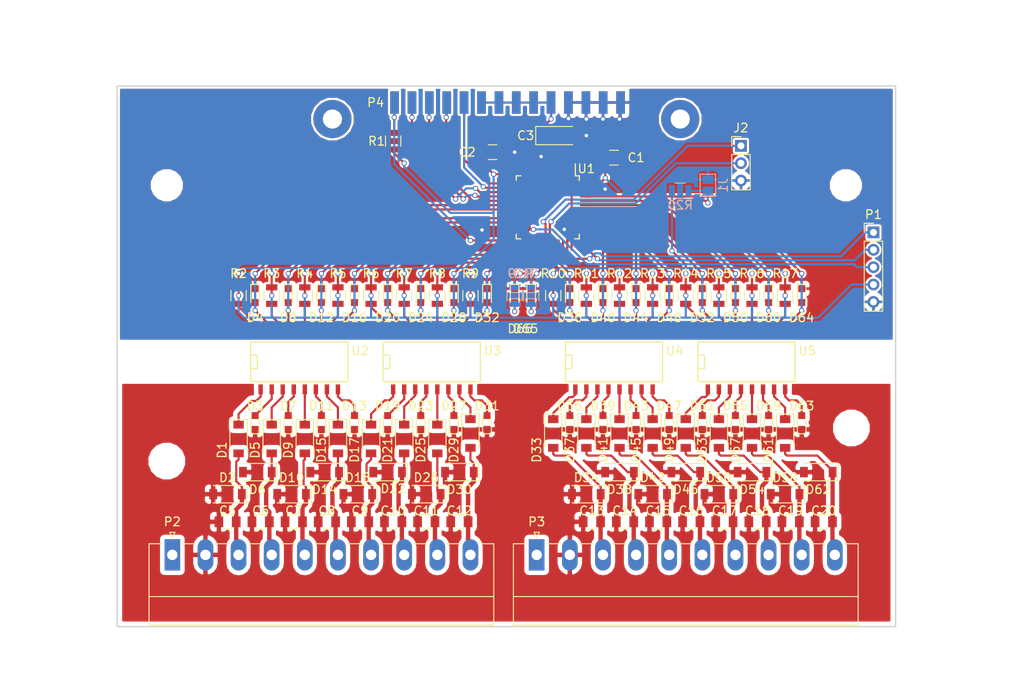
<source format=kicad_pcb>
(kicad_pcb (version 4) (host pcbnew 4.0.6)
  (layers (0 F.Cu signal) (31 B.Cu signal) (34 B.Paste user) (35 F.Paste user) (36 B.SilkS user) (37 F.SilkS user) (38 B.Mask user) (39 F.Mask user) (44 Edge.Cuts user))
  (net 0 "")
  (net 1 VDD)
  (net 2 IDI0)
  (net 3 DI0v)
  (net 4 IDI1)
  (net 5 IDI2)
  (net 6 IDI3)
  (net 7 IDI4)
  (net 8 IDI5)
  (net 9 IDI6)
  (net 10 IDI7)
  (net 11 IDI8)
  (net 12 IDI9)
  (net 13 IDI10)
  (net 14 IDI11)
  (net 15 IDI12)
  (net 16 IDI13)
  (net 17 IDI14)
  (net 18 IDI15)
  (net 19 "Net-(D1-Pad1)")
  (net 20 "Net-(D5-Pad1)")
  (net 21 "Net-(D9-Pad1)")
  (net 22 "Net-(D13-Pad1)")
  (net 23 "Net-(D17-Pad1)")
  (net 24 "Net-(D21-Pad1)")
  (net 25 "Net-(D25-Pad1)")
  (net 26 "Net-(D29-Pad1)")
  (net 27 "Net-(D33-Pad1)")
  (net 28 "Net-(D37-Pad1)")
  (net 29 "Net-(D41-Pad1)")
  (net 30 "Net-(D45-Pad1)")
  (net 31 "Net-(D49-Pad1)")
  (net 32 "Net-(D53-Pad1)")
  (net 33 "Net-(D57-Pad1)")
  (net 34 "Net-(D61-Pad1)")
  (net 35 SWDIO)
  (net 36 SWCLK)
  (net 37 RESET)
  (net 38 DI24v)
  (net 39 "Net-(R2-Pad1)")
  (net 40 "Net-(R3-Pad1)")
  (net 41 "Net-(R4-Pad1)")
  (net 42 "Net-(R5-Pad1)")
  (net 43 "Net-(R6-Pad1)")
  (net 44 "Net-(R7-Pad1)")
  (net 45 "Net-(R8-Pad1)")
  (net 46 "Net-(R9-Pad1)")
  (net 47 "Net-(R10-Pad1)")
  (net 48 "Net-(R11-Pad1)")
  (net 49 "Net-(R12-Pad1)")
  (net 50 "Net-(R13-Pad1)")
  (net 51 "Net-(R14-Pad1)")
  (net 52 "Net-(R15-Pad1)")
  (net 53 "Net-(R16-Pad1)")
  (net 54 "Net-(R17-Pad1)")
  (net 55 DI0)
  (net 56 DI1)
  (net 57 DI2)
  (net 58 "Net-(U1-Pad5)")
  (net 59 SEL_OUT)
  (net 60 SEL_IN)
  (net 61 SPI_SCK)
  (net 62 SPI_MISO)
  (net 63 SPI_MOSI)
  (net 64 DI8)
  (net 65 DI9)
  (net 66 DI10)
  (net 67 DI11)
  (net 68 DI12)
  (net 69 DI13)
  (net 70 DI14)
  (net 71 DI15)
  (net 72 "Net-(D3-Pad2)")
  (net 73 "Net-(D7-Pad2)")
  (net 74 "Net-(D11-Pad2)")
  (net 75 "Net-(D15-Pad2)")
  (net 76 DI3)
  (net 77 DI6)
  (net 78 DI5)
  (net 79 DI4)
  (net 80 "Net-(D19-Pad2)")
  (net 81 "Net-(D23-Pad2)")
  (net 82 "Net-(D27-Pad2)")
  (net 83 "Net-(D31-Pad2)")
  (net 84 DI7)
  (net 85 "Net-(D35-Pad2)")
  (net 86 "Net-(D39-Pad2)")
  (net 87 "Net-(D43-Pad2)")
  (net 88 "Net-(D47-Pad2)")
  (net 89 "Net-(D51-Pad2)")
  (net 90 "Net-(D55-Pad2)")
  (net 91 "Net-(D59-Pad2)")
  (net 92 "Net-(D63-Pad2)")
  (net 93 "Net-(U1-Pad2)")
  (net 94 "Net-(U1-Pad3)")
  (net 95 "Net-(U1-Pad4)")
  (net 96 "Net-(U1-Pad10)")
  (net 97 "Net-(U1-Pad11)")
  (net 98 "Net-(U1-Pad12)")
  (net 99 "Net-(U1-Pad46)")
  (net 100 "Net-(D65-Pad2)")
  (net 101 "Net-(D66-Pad2)")
  (net 102 SOK)
  (net 103 SFL)
  (net 104 "Net-(U1-Pad6)")
  (net 105 BOOT1)
  (net 106 BOOT0)
  (net 107 TX)
  (net 108 RX)
  (module Resistors_SMD:R_0805 (layer B.Cu) (at 145.415 86.995 270)
    (fp_text reference R19 (at -2.54 -0.635 360) (layer B.SilkS) (effects (justify mirror)))
    (fp_text value 1k)
    (pad 1 smd rect (at -0.95 0 270) (size 0.7 1.3) (layers B.Cu B.Paste B.Mask) (net 103 SFL))
    (pad 2 smd rect (at 0.95 0 270) (size 0.7 1.3) (layers B.Cu B.Paste B.Mask) (net 101 "Net-(D66-Pad2)"))
  )
  (module Housings_QFP:LQFP-48_7x7mm_Pitch0.5mm (layer F.Cu) (at 149.225 76.835 270)
    (fp_text reference U1 (at -4.445 -4.445 360) (layer F.SilkS))
    (fp_text value STM32F103C8Tx)
    (pad 1 smd rect (at -4.35 -2.75 270) (size 1.3 0.25) (layers F.Cu F.Paste F.Mask) (net 1 VDD))
    (pad 2 smd rect (at -4.35 -2.25 270) (size 1.3 0.25) (layers F.Cu F.Paste F.Mask) (net 93 "Net-(U1-Pad2)"))
    (pad 3 smd rect (at -4.35 -1.75 270) (size 1.3 0.25) (layers F.Cu F.Paste F.Mask) (net 94 "Net-(U1-Pad3)"))
    (pad 4 smd rect (at -4.35 -1.25 270) (size 1.3 0.25) (layers F.Cu F.Paste F.Mask) (net 95 "Net-(U1-Pad4)"))
    (pad 5 smd rect (at -4.35 -0.75 270) (size 1.3 0.25) (layers F.Cu F.Paste F.Mask) (net 58 "Net-(U1-Pad5)"))
    (pad 6 smd rect (at -4.35 -0.25 270) (size 1.3 0.25) (layers F.Cu F.Paste F.Mask) (net 104 "Net-(U1-Pad6)"))
    (pad 7 smd rect (at -4.35 0.25 270) (size 1.3 0.25) (layers F.Cu F.Paste F.Mask) (net 37 RESET))
    (pad 8 smd rect (at -4.35 0.75 270) (size 1.3 0.25) (layers F.Cu F.Paste F.Mask) (net 105 BOOT1))
    (pad 9 smd rect (at -4.35 1.25 270) (size 1.3 0.25) (layers F.Cu F.Paste F.Mask) (net 1 VDD))
    (pad 10 smd rect (at -4.35 1.75 270) (size 1.3 0.25) (layers F.Cu F.Paste F.Mask) (net 96 "Net-(U1-Pad10)"))
    (pad 11 smd rect (at -4.35 2.25 270) (size 1.3 0.25) (layers F.Cu F.Paste F.Mask) (net 97 "Net-(U1-Pad11)"))
    (pad 12 smd rect (at -4.35 2.75 270) (size 1.3 0.25) (layers F.Cu F.Paste F.Mask) (net 98 "Net-(U1-Pad12)"))
    (pad 13 smd rect (at -2.75 4.35) (size 1.3 0.25) (layers F.Cu F.Paste F.Mask) (net 59 SEL_OUT))
    (pad 14 smd rect (at -2.25 4.35) (size 1.3 0.25) (layers F.Cu F.Paste F.Mask) (net 60 SEL_IN))
    (pad 15 smd rect (at -1.75 4.35) (size 1.3 0.25) (layers F.Cu F.Paste F.Mask) (net 61 SPI_SCK))
    (pad 16 smd rect (at -1.25 4.35) (size 1.3 0.25) (layers F.Cu F.Paste F.Mask) (net 62 SPI_MISO))
    (pad 17 smd rect (at -0.75 4.35) (size 1.3 0.25) (layers F.Cu F.Paste F.Mask) (net 63 SPI_MOSI))
    (pad 18 smd rect (at -0.25 4.35) (size 1.3 0.25) (layers F.Cu F.Paste F.Mask) (net 55 DI0))
    (pad 19 smd rect (at 0.25 4.35) (size 1.3 0.25) (layers F.Cu F.Paste F.Mask) (net 56 DI1))
    (pad 20 smd rect (at 0.75 4.35) (size 1.3 0.25) (layers F.Cu F.Paste F.Mask) (net 105 BOOT1))
    (pad 21 smd rect (at 1.25 4.35) (size 1.3 0.25) (layers F.Cu F.Paste F.Mask) (net 57 DI2))
    (pad 22 smd rect (at 1.75 4.35) (size 1.3 0.25) (layers F.Cu F.Paste F.Mask) (net 76 DI3))
    (pad 23 smd rect (at 2.25 4.35) (size 1.3 0.25) (layers F.Cu F.Paste F.Mask) (net 105 BOOT1))
    (pad 24 smd rect (at 2.75 4.35) (size 1.3 0.25) (layers F.Cu F.Paste F.Mask) (net 1 VDD))
    (pad 25 smd rect (at 4.35 2.75 270) (size 1.3 0.25) (layers F.Cu F.Paste F.Mask) (net 79 DI4))
    (pad 26 smd rect (at 4.35 2.25 270) (size 1.3 0.25) (layers F.Cu F.Paste F.Mask) (net 78 DI5))
    (pad 27 smd rect (at 4.35 1.75 270) (size 1.3 0.25) (layers F.Cu F.Paste F.Mask) (net 77 DI6))
    (pad 28 smd rect (at 4.35 1.25 270) (size 1.3 0.25) (layers F.Cu F.Paste F.Mask) (net 84 DI7))
    (pad 29 smd rect (at 4.35 0.75 270) (size 1.3 0.25) (layers F.Cu F.Paste F.Mask) (net 103 SFL))
    (pad 30 smd rect (at 4.35 0.25 270) (size 1.3 0.25) (layers F.Cu F.Paste F.Mask) (net 107 TX))
    (pad 31 smd rect (at 4.35 -0.25 270) (size 1.3 0.25) (layers F.Cu F.Paste F.Mask) (net 108 RX))
    (pad 32 smd rect (at 4.35 -0.75 270) (size 1.3 0.25) (layers F.Cu F.Paste F.Mask) (net 102 SOK))
    (pad 33 smd rect (at 4.35 -1.25 270) (size 1.3 0.25) (layers F.Cu F.Paste F.Mask) (net 64 DI8))
    (pad 34 smd rect (at 4.35 -1.75 270) (size 1.3 0.25) (layers F.Cu F.Paste F.Mask) (net 35 SWDIO))
    (pad 35 smd rect (at 4.35 -2.25 270) (size 1.3 0.25) (layers F.Cu F.Paste F.Mask) (net 105 BOOT1))
    (pad 36 smd rect (at 4.35 -2.75 270) (size 1.3 0.25) (layers F.Cu F.Paste F.Mask) (net 1 VDD))
    (pad 37 smd rect (at 2.75 -4.35) (size 1.3 0.25) (layers F.Cu F.Paste F.Mask) (net 36 SWCLK))
    (pad 38 smd rect (at 2.25 -4.35) (size 1.3 0.25) (layers F.Cu F.Paste F.Mask) (net 65 DI9))
    (pad 39 smd rect (at 1.75 -4.35) (size 1.3 0.25) (layers F.Cu F.Paste F.Mask) (net 66 DI10))
    (pad 40 smd rect (at 1.25 -4.35) (size 1.3 0.25) (layers F.Cu F.Paste F.Mask) (net 67 DI11))
    (pad 41 smd rect (at 0.75 -4.35) (size 1.3 0.25) (layers F.Cu F.Paste F.Mask) (net 68 DI12))
    (pad 42 smd rect (at 0.25 -4.35) (size 1.3 0.25) (layers F.Cu F.Paste F.Mask) (net 69 DI13))
    (pad 43 smd rect (at -0.25 -4.35) (size 1.3 0.25) (layers F.Cu F.Paste F.Mask) (net 70 DI14))
    (pad 44 smd rect (at -0.75 -4.35) (size 1.3 0.25) (layers F.Cu F.Paste F.Mask) (net 106 BOOT0))
    (pad 45 smd rect (at -1.25 -4.35) (size 1.3 0.25) (layers F.Cu F.Paste F.Mask) (net 71 DI15))
    (pad 46 smd rect (at -1.75 -4.35) (size 1.3 0.25) (layers F.Cu F.Paste F.Mask) (net 99 "Net-(U1-Pad46)"))
    (pad 47 smd rect (at -2.25 -4.35) (size 1.3 0.25) (layers F.Cu F.Paste F.Mask) (net 105 BOOT1))
    (pad 48 smd rect (at -2.75 -4.35) (size 1.3 0.25) (layers F.Cu F.Paste F.Mask) (net 1 VDD))
  )
  (module LEDs:LED_0603 (layer F.Cu) (at 151.765 86.995 270)
    (fp_text reference D36 (at 2.54 0 360) (layer F.SilkS))
    (fp_text value LED)
    (pad 2 smd rect (at 0.8 0 90) (size 0.8 0.8) (layers F.Cu F.Paste F.Mask) (net 64 DI8))
    (pad 1 smd rect (at -0.8 0 90) (size 0.8 0.8) (layers F.Cu F.Paste F.Mask) (net 105 BOOT1))
  )
  (module LEDs:LED_0603 (layer F.Cu) (at 155.575 86.995 270)
    (fp_text reference D40 (at 2.54 0 360) (layer F.SilkS))
    (fp_text value LED)
    (pad 2 smd rect (at 0.8 0 90) (size 0.8 0.8) (layers F.Cu F.Paste F.Mask) (net 65 DI9))
    (pad 1 smd rect (at -0.8 0 90) (size 0.8 0.8) (layers F.Cu F.Paste F.Mask) (net 105 BOOT1))
  )
  (module LEDs:LED_0603 (layer F.Cu) (at 130.81 86.995 270)
    (fp_text reference D20 (at 2.54 0 360) (layer F.SilkS))
    (fp_text value LED)
    (pad 2 smd rect (at 0.8 0 90) (size 0.8 0.8) (layers F.Cu F.Paste F.Mask) (net 79 DI4))
    (pad 1 smd rect (at -0.8 0 90) (size 0.8 0.8) (layers F.Cu F.Paste F.Mask) (net 105 BOOT1))
  )
  (module Capacitors_SMD:C_0805 (layer F.Cu) (at 156.845 71.12)
    (fp_text reference C1 (at 2.54 0) (layer F.SilkS))
    (fp_text value 100n)
    (pad 1 smd rect (at -1 0) (size 1 1.25) (layers F.Cu F.Paste F.Mask) (net 1 VDD))
    (pad 2 smd rect (at 1 0) (size 1 1.25) (layers F.Cu F.Paste F.Mask) (net 105 BOOT1))
  )
  (module Capacitors_SMD:C_0805 (layer F.Cu) (at 142.875 70.485)
    (fp_text reference C2 (at -2.921 0) (layer F.SilkS))
    (fp_text value 100n)
    (pad 1 smd rect (at -1 0) (size 1 1.25) (layers F.Cu F.Paste F.Mask) (net 1 VDD))
    (pad 2 smd rect (at 1 0) (size 1 1.25) (layers F.Cu F.Paste F.Mask) (net 105 BOOT1))
  )
  (module Capacitors_Tantalum_SMD:CP_Tantalum_Case-A_EIA-3216-18_Reflow (layer F.Cu) (at 150.495 68.58)
    (fp_text reference C3 (at -3.81 0) (layer F.SilkS))
    (fp_text value "4,7u 10v")
    (pad 1 smd rect (at -1.375 0) (size 1.95 1.5) (layers F.Cu F.Paste F.Mask) (net 1 VDD))
    (pad 2 smd rect (at 1.375 0) (size 1.95 1.5) (layers F.Cu F.Paste F.Mask) (net 105 BOOT1))
  )
  (module Capacitors_SMD:C_0805 (layer F.Cu) (at 112.395 113.03 180)
    (fp_text reference C5 (at 0 1.27 180) (layer F.SilkS))
    (fp_text value 100n)
    (pad 1 smd rect (at -1 0 180) (size 1 1.25) (layers F.Cu F.Paste F.Mask) (net 2 IDI0))
    (pad 2 smd rect (at 1 0 180) (size 1 1.25) (layers F.Cu F.Paste F.Mask) (net 3 DI0v))
  )
  (module Capacitors_SMD:C_0805 (layer F.Cu) (at 116.205 113.03 180)
    (fp_text reference C6 (at 0 1.27 180) (layer F.SilkS))
    (fp_text value 100n)
    (pad 1 smd rect (at -1 0 180) (size 1 1.25) (layers F.Cu F.Paste F.Mask) (net 4 IDI1))
    (pad 2 smd rect (at 1 0 180) (size 1 1.25) (layers F.Cu F.Paste F.Mask) (net 3 DI0v))
  )
  (module Capacitors_SMD:C_0805 (layer F.Cu) (at 120.015 113.03 180)
    (fp_text reference C7 (at 0 1.27 180) (layer F.SilkS))
    (fp_text value 100n)
    (pad 1 smd rect (at -1 0 180) (size 1 1.25) (layers F.Cu F.Paste F.Mask) (net 5 IDI2))
    (pad 2 smd rect (at 1 0 180) (size 1 1.25) (layers F.Cu F.Paste F.Mask) (net 3 DI0v))
  )
  (module Capacitors_SMD:C_0805 (layer F.Cu) (at 123.825 113.03 180)
    (fp_text reference C8 (at 0 1.27 180) (layer F.SilkS))
    (fp_text value 100n)
    (pad 1 smd rect (at -1 0 180) (size 1 1.25) (layers F.Cu F.Paste F.Mask) (net 6 IDI3))
    (pad 2 smd rect (at 1 0 180) (size 1 1.25) (layers F.Cu F.Paste F.Mask) (net 3 DI0v))
  )
  (module Capacitors_SMD:C_0805 (layer F.Cu) (at 127.635 113.03 180)
    (fp_text reference C9 (at 0 1.27 180) (layer F.SilkS))
    (fp_text value 100n)
    (pad 1 smd rect (at -1 0 180) (size 1 1.25) (layers F.Cu F.Paste F.Mask) (net 7 IDI4))
    (pad 2 smd rect (at 1 0 180) (size 1 1.25) (layers F.Cu F.Paste F.Mask) (net 3 DI0v))
  )
  (module Capacitors_SMD:C_0805 (layer F.Cu) (at 131.445 113.03 180)
    (fp_text reference C10 (at 0 1.27 180) (layer F.SilkS))
    (fp_text value 100n)
    (pad 1 smd rect (at -1 0 180) (size 1 1.25) (layers F.Cu F.Paste F.Mask) (net 8 IDI5))
    (pad 2 smd rect (at 1 0 180) (size 1 1.25) (layers F.Cu F.Paste F.Mask) (net 3 DI0v))
  )
  (module Capacitors_SMD:C_0805 (layer F.Cu) (at 135.255 113.03 180)
    (fp_text reference C11 (at 0 1.27 180) (layer F.SilkS))
    (fp_text value 100n)
    (pad 1 smd rect (at -1 0 180) (size 1 1.25) (layers F.Cu F.Paste F.Mask) (net 9 IDI6))
    (pad 2 smd rect (at 1 0 180) (size 1 1.25) (layers F.Cu F.Paste F.Mask) (net 3 DI0v))
  )
  (module Capacitors_SMD:C_0805 (layer F.Cu) (at 139.065 113.03 180)
    (fp_text reference C12 (at 0 1.27 180) (layer F.SilkS))
    (fp_text value 100n)
    (pad 1 smd rect (at -1 0 180) (size 1 1.25) (layers F.Cu F.Paste F.Mask) (net 10 IDI7))
    (pad 2 smd rect (at 1 0 180) (size 1 1.25) (layers F.Cu F.Paste F.Mask) (net 3 DI0v))
  )
  (module Capacitors_SMD:C_0805 (layer F.Cu) (at 154.305 113.03 180)
    (fp_text reference C13 (at 0 1.27 180) (layer F.SilkS))
    (fp_text value 100n)
    (pad 1 smd rect (at -1 0 180) (size 1 1.25) (layers F.Cu F.Paste F.Mask) (net 11 IDI8))
    (pad 2 smd rect (at 1 0 180) (size 1 1.25) (layers F.Cu F.Paste F.Mask) (net 3 DI0v))
  )
  (module Capacitors_SMD:C_0805 (layer F.Cu) (at 158.115 113.03 180)
    (fp_text reference C14 (at 0 1.27 180) (layer F.SilkS))
    (fp_text value 100n)
    (pad 1 smd rect (at -1 0 180) (size 1 1.25) (layers F.Cu F.Paste F.Mask) (net 12 IDI9))
    (pad 2 smd rect (at 1 0 180) (size 1 1.25) (layers F.Cu F.Paste F.Mask) (net 3 DI0v))
  )
  (module Capacitors_SMD:C_0805 (layer F.Cu) (at 161.925 113.03 180)
    (fp_text reference C15 (at 0 1.27 180) (layer F.SilkS))
    (fp_text value 100n)
    (pad 1 smd rect (at -1 0 180) (size 1 1.25) (layers F.Cu F.Paste F.Mask) (net 13 IDI10))
    (pad 2 smd rect (at 1 0 180) (size 1 1.25) (layers F.Cu F.Paste F.Mask) (net 3 DI0v))
  )
  (module Capacitors_SMD:C_0805 (layer F.Cu) (at 165.735 113.03 180)
    (fp_text reference C16 (at 0 1.27 180) (layer F.SilkS))
    (fp_text value 100n)
    (pad 1 smd rect (at -1 0 180) (size 1 1.25) (layers F.Cu F.Paste F.Mask) (net 14 IDI11))
    (pad 2 smd rect (at 1 0 180) (size 1 1.25) (layers F.Cu F.Paste F.Mask) (net 3 DI0v))
  )
  (module Capacitors_SMD:C_0805 (layer F.Cu) (at 169.545 113.03 180)
    (fp_text reference C17 (at 0 1.27 180) (layer F.SilkS))
    (fp_text value 100n)
    (pad 1 smd rect (at -1 0 180) (size 1 1.25) (layers F.Cu F.Paste F.Mask) (net 15 IDI12))
    (pad 2 smd rect (at 1 0 180) (size 1 1.25) (layers F.Cu F.Paste F.Mask) (net 3 DI0v))
  )
  (module Capacitors_SMD:C_0805 (layer F.Cu) (at 173.355 113.03 180)
    (fp_text reference C18 (at 0 1.27 180) (layer F.SilkS))
    (fp_text value 100n)
    (pad 1 smd rect (at -1 0 180) (size 1 1.25) (layers F.Cu F.Paste F.Mask) (net 16 IDI13))
    (pad 2 smd rect (at 1 0 180) (size 1 1.25) (layers F.Cu F.Paste F.Mask) (net 3 DI0v))
  )
  (module Capacitors_SMD:C_0805 (layer F.Cu) (at 177.165 113.03 180)
    (fp_text reference C19 (at 0 1.27 180) (layer F.SilkS))
    (fp_text value 100n)
    (pad 1 smd rect (at -1 0 180) (size 1 1.25) (layers F.Cu F.Paste F.Mask) (net 17 IDI14))
    (pad 2 smd rect (at 1 0 180) (size 1 1.25) (layers F.Cu F.Paste F.Mask) (net 3 DI0v))
  )
  (module Capacitors_SMD:C_0805 (layer F.Cu) (at 180.975 113.03 180)
    (fp_text reference C20 (at 0 1.27 180) (layer F.SilkS))
    (fp_text value 100n)
    (pad 1 smd rect (at -1 0 180) (size 1 1.25) (layers F.Cu F.Paste F.Mask) (net 18 IDI15))
    (pad 2 smd rect (at 1 0 180) (size 1 1.25) (layers F.Cu F.Paste F.Mask) (net 3 DI0v))
  )
  (module Diodes_SMD:D_SOD-123 (layer F.Cu) (at 113.665 103.505 270)
    (fp_text reference D1 (at 1.27 1.905 270) (layer F.SilkS))
    (fp_text value NSI45020)
    (pad 1 smd rect (at -1.65 0 270) (size 0.9 1.2) (layers F.Cu F.Paste F.Mask) (net 19 "Net-(D1-Pad1)"))
    (pad 2 smd rect (at 1.65 0 270) (size 0.9 1.2) (layers F.Cu F.Paste F.Mask) (net 2 IDI0))
  )
  (module Diodes_SMD:D_SOD-123 (layer F.Cu) (at 112.395 109.855 180)
    (fp_text reference D2 (at 0 1.905 180) (layer F.SilkS))
    (fp_text value 1N4007)
    (pad 1 smd rect (at -1.65 0 180) (size 0.9 1.2) (layers F.Cu F.Paste F.Mask) (net 2 IDI0))
    (pad 2 smd rect (at 1.65 0 180) (size 0.9 1.2) (layers F.Cu F.Paste F.Mask) (net 3 DI0v))
  )
  (module Diodes_SMD:D_SOD-123 (layer F.Cu) (at 117.475 103.505 270)
    (fp_text reference D5 (at 1.27 1.905 270) (layer F.SilkS))
    (fp_text value NSI45020)
    (pad 1 smd rect (at -1.65 0 270) (size 0.9 1.2) (layers F.Cu F.Paste F.Mask) (net 20 "Net-(D5-Pad1)"))
    (pad 2 smd rect (at 1.65 0 270) (size 0.9 1.2) (layers F.Cu F.Paste F.Mask) (net 4 IDI1))
  )
  (module Diodes_SMD:D_SOD-123 (layer F.Cu) (at 115.825 107.315 180)
    (fp_text reference D6 (at 0 -2 180) (layer F.SilkS))
    (fp_text value 1N4007)
    (pad 1 smd rect (at -1.65 0 180) (size 0.9 1.2) (layers F.Cu F.Paste F.Mask) (net 4 IDI1))
    (pad 2 smd rect (at 1.65 0 180) (size 0.9 1.2) (layers F.Cu F.Paste F.Mask) (net 3 DI0v))
  )
  (module Diodes_SMD:D_SOD-123 (layer F.Cu) (at 121.285 103.505 270)
    (fp_text reference D9 (at 1.27 1.905 450) (layer F.SilkS))
    (fp_text value NSI45020)
    (pad 1 smd rect (at -1.65 0 270) (size 0.9 1.2) (layers F.Cu F.Paste F.Mask) (net 21 "Net-(D9-Pad1)"))
    (pad 2 smd rect (at 1.65 0 270) (size 0.9 1.2) (layers F.Cu F.Paste F.Mask) (net 5 IDI2))
  )
  (module Diodes_SMD:D_SOD-123 (layer F.Cu) (at 119.76 109.855 180)
    (fp_text reference D10 (at 0 1.905 180) (layer F.SilkS))
    (fp_text value 1N4007)
    (pad 1 smd rect (at -1.65 0 180) (size 0.9 1.2) (layers F.Cu F.Paste F.Mask) (net 5 IDI2))
    (pad 2 smd rect (at 1.65 0 180) (size 0.9 1.2) (layers F.Cu F.Paste F.Mask) (net 3 DI0v))
  )
  (module Diodes_SMD:D_SOD-123 (layer F.Cu) (at 125.095 103.505 270)
    (fp_text reference D13 (at -3.81 -1.905 360) (layer F.SilkS))
    (fp_text value NSI45020)
    (pad 1 smd rect (at -1.65 0 270) (size 0.9 1.2) (layers F.Cu F.Paste F.Mask) (net 22 "Net-(D13-Pad1)"))
    (pad 2 smd rect (at 1.65 0 270) (size 0.9 1.2) (layers F.Cu F.Paste F.Mask) (net 6 IDI3))
  )
  (module Diodes_SMD:D_SOD-123 (layer F.Cu) (at 123.57 107.315 180)
    (fp_text reference D14 (at 0 -2 180) (layer F.SilkS))
    (fp_text value 1N4007)
    (pad 1 smd rect (at -1.65 0 180) (size 0.9 1.2) (layers F.Cu F.Paste F.Mask) (net 6 IDI3))
    (pad 2 smd rect (at 1.65 0 180) (size 0.9 1.2) (layers F.Cu F.Paste F.Mask) (net 3 DI0v))
  )
  (module Diodes_SMD:D_SOD-123 (layer F.Cu) (at 128.905 103.505 270)
    (fp_text reference D17 (at 1.27 1.905 450) (layer F.SilkS))
    (fp_text value NSI45020)
    (pad 1 smd rect (at -1.65 0 270) (size 0.9 1.2) (layers F.Cu F.Paste F.Mask) (net 23 "Net-(D17-Pad1)"))
    (pad 2 smd rect (at 1.65 0 270) (size 0.9 1.2) (layers F.Cu F.Paste F.Mask) (net 7 IDI4))
  )
  (module Diodes_SMD:D_SOD-123 (layer F.Cu) (at 127.38 109.855 180)
    (fp_text reference D18 (at 0 1.905 180) (layer F.SilkS))
    (fp_text value 1N4007)
    (pad 1 smd rect (at -1.65 0 180) (size 0.9 1.2) (layers F.Cu F.Paste F.Mask) (net 7 IDI4))
    (pad 2 smd rect (at 1.65 0 180) (size 0.9 1.2) (layers F.Cu F.Paste F.Mask) (net 3 DI0v))
  )
  (module Diodes_SMD:D_SOD-123 (layer F.Cu) (at 132.715 103.505 270)
    (fp_text reference D21 (at 1.27 1.905 270) (layer F.SilkS))
    (fp_text value NSI45020)
    (pad 1 smd rect (at -1.65 0 270) (size 0.9 1.2) (layers F.Cu F.Paste F.Mask) (net 24 "Net-(D21-Pad1)"))
    (pad 2 smd rect (at 1.65 0 270) (size 0.9 1.2) (layers F.Cu F.Paste F.Mask) (net 8 IDI5))
  )
  (module Diodes_SMD:D_SOD-123 (layer F.Cu) (at 130.81 107.315 180)
    (fp_text reference D22 (at -0.635 -1.905 180) (layer F.SilkS))
    (fp_text value 1N4007)
    (pad 1 smd rect (at -1.65 0 180) (size 0.9 1.2) (layers F.Cu F.Paste F.Mask) (net 8 IDI5))
    (pad 2 smd rect (at 1.65 0 180) (size 0.9 1.2) (layers F.Cu F.Paste F.Mask) (net 3 DI0v))
  )
  (module Diodes_SMD:D_SOD-123 (layer F.Cu) (at 136.525 103.505 270)
    (fp_text reference D25 (at 1.27 1.905 270) (layer F.SilkS))
    (fp_text value NSI45020)
    (pad 1 smd rect (at -1.65 0 270) (size 0.9 1.2) (layers F.Cu F.Paste F.Mask) (net 25 "Net-(D25-Pad1)"))
    (pad 2 smd rect (at 1.65 0 270) (size 0.9 1.2) (layers F.Cu F.Paste F.Mask) (net 9 IDI6))
  )
  (module Diodes_SMD:D_SOD-123 (layer F.Cu) (at 135.255 109.855 180)
    (fp_text reference D26 (at 0 1.905 180) (layer F.SilkS))
    (fp_text value 1N4007)
    (pad 1 smd rect (at -1.65 0 180) (size 0.9 1.2) (layers F.Cu F.Paste F.Mask) (net 9 IDI6))
    (pad 2 smd rect (at 1.65 0 180) (size 0.9 1.2) (layers F.Cu F.Paste F.Mask) (net 3 DI0v))
  )
  (module Diodes_SMD:D_SOD-123 (layer F.Cu) (at 140.335 102.87 270)
    (fp_text reference D29 (at 1.905 1.905 270) (layer F.SilkS))
    (fp_text value NSI45020)
    (pad 1 smd rect (at -1.65 0 270) (size 0.9 1.2) (layers F.Cu F.Paste F.Mask) (net 26 "Net-(D29-Pad1)"))
    (pad 2 smd rect (at 1.65 0 270) (size 0.9 1.2) (layers F.Cu F.Paste F.Mask) (net 10 IDI7))
  )
  (module Diodes_SMD:D_SOD-123 (layer F.Cu) (at 139.065 107.315 180)
    (fp_text reference D30 (at 0 -2 180) (layer F.SilkS))
    (fp_text value 1N4007)
    (pad 1 smd rect (at -1.65 0 180) (size 0.9 1.2) (layers F.Cu F.Paste F.Mask) (net 10 IDI7))
    (pad 2 smd rect (at 1.65 0 180) (size 0.9 1.2) (layers F.Cu F.Paste F.Mask) (net 3 DI0v))
  )
  (module Diodes_SMD:D_SOD-123 (layer F.Cu) (at 149.86 102.87 270)
    (fp_text reference D33 (at 1.905 1.905 270) (layer F.SilkS))
    (fp_text value NSI45020)
    (pad 1 smd rect (at -1.65 0 270) (size 0.9 1.2) (layers F.Cu F.Paste F.Mask) (net 27 "Net-(D33-Pad1)"))
    (pad 2 smd rect (at 1.65 0 270) (size 0.9 1.2) (layers F.Cu F.Paste F.Mask) (net 11 IDI8))
  )
  (module Diodes_SMD:D_SOD-123 (layer F.Cu) (at 153.67 109.855 180)
    (fp_text reference D34 (at 0 1.905 180) (layer F.SilkS))
    (fp_text value 1N4007)
    (pad 1 smd rect (at -1.65 0 180) (size 0.9 1.2) (layers F.Cu F.Paste F.Mask) (net 11 IDI8))
    (pad 2 smd rect (at 1.65 0 180) (size 0.9 1.2) (layers F.Cu F.Paste F.Mask) (net 3 DI0v))
  )
  (module Diodes_SMD:D_SOD-123 (layer F.Cu) (at 153.67 102.87 270)
    (fp_text reference D37 (at 1.905 1.905 270) (layer F.SilkS))
    (fp_text value NSI45020)
    (pad 1 smd rect (at -1.65 0 270) (size 0.9 1.2) (layers F.Cu F.Paste F.Mask) (net 28 "Net-(D37-Pad1)"))
    (pad 2 smd rect (at 1.65 0 270) (size 0.9 1.2) (layers F.Cu F.Paste F.Mask) (net 12 IDI9))
  )
  (module Diodes_SMD:D_SOD-123 (layer F.Cu) (at 157.48 107.315 180)
    (fp_text reference D38 (at 0 -2 180) (layer F.SilkS))
    (fp_text value 1N4007)
    (pad 1 smd rect (at -1.65 0 180) (size 0.9 1.2) (layers F.Cu F.Paste F.Mask) (net 12 IDI9))
    (pad 2 smd rect (at 1.65 0 180) (size 0.9 1.2) (layers F.Cu F.Paste F.Mask) (net 3 DI0v))
  )
  (module Diodes_SMD:D_SOD-123 (layer F.Cu) (at 157.48 102.87 270)
    (fp_text reference D41 (at 1.905 1.905 270) (layer F.SilkS))
    (fp_text value NSI45020)
    (pad 1 smd rect (at -1.65 0 270) (size 0.9 1.2) (layers F.Cu F.Paste F.Mask) (net 29 "Net-(D41-Pad1)"))
    (pad 2 smd rect (at 1.65 0 270) (size 0.9 1.2) (layers F.Cu F.Paste F.Mask) (net 13 IDI10))
  )
  (module Diodes_SMD:D_SOD-123 (layer F.Cu) (at 161.29 109.855 180)
    (fp_text reference D42 (at 0 1.905 180) (layer F.SilkS))
    (fp_text value 1N4007)
    (pad 1 smd rect (at -1.65 0 180) (size 0.9 1.2) (layers F.Cu F.Paste F.Mask) (net 13 IDI10))
    (pad 2 smd rect (at 1.65 0 180) (size 0.9 1.2) (layers F.Cu F.Paste F.Mask) (net 3 DI0v))
  )
  (module Diodes_SMD:D_SOD-123 (layer F.Cu) (at 161.29 102.87 270)
    (fp_text reference D45 (at 1.905 1.905 270) (layer F.SilkS))
    (fp_text value NSI45020)
    (pad 1 smd rect (at -1.65 0 270) (size 0.9 1.2) (layers F.Cu F.Paste F.Mask) (net 30 "Net-(D45-Pad1)"))
    (pad 2 smd rect (at 1.65 0 270) (size 0.9 1.2) (layers F.Cu F.Paste F.Mask) (net 14 IDI11))
  )
  (module Diodes_SMD:D_SOD-123 (layer F.Cu) (at 165.1 107.315 180)
    (fp_text reference D46 (at 0 -2 180) (layer F.SilkS))
    (fp_text value 1N4007)
    (pad 1 smd rect (at -1.65 0 180) (size 0.9 1.2) (layers F.Cu F.Paste F.Mask) (net 14 IDI11))
    (pad 2 smd rect (at 1.65 0 180) (size 0.9 1.2) (layers F.Cu F.Paste F.Mask) (net 3 DI0v))
  )
  (module Diodes_SMD:D_SOD-123 (layer F.Cu) (at 165.1 102.87 270)
    (fp_text reference D49 (at 1.905 1.905 270) (layer F.SilkS))
    (fp_text value NSI45020)
    (pad 1 smd rect (at -1.65 0 270) (size 0.9 1.2) (layers F.Cu F.Paste F.Mask) (net 31 "Net-(D49-Pad1)"))
    (pad 2 smd rect (at 1.65 0 270) (size 0.9 1.2) (layers F.Cu F.Paste F.Mask) (net 15 IDI12))
  )
  (module Diodes_SMD:D_SOD-123 (layer F.Cu) (at 168.91 109.855 180)
    (fp_text reference D50 (at 0 1.905 180) (layer F.SilkS))
    (fp_text value 1N4007)
    (pad 1 smd rect (at -1.65 0 180) (size 0.9 1.2) (layers F.Cu F.Paste F.Mask) (net 15 IDI12))
    (pad 2 smd rect (at 1.65 0 180) (size 0.9 1.2) (layers F.Cu F.Paste F.Mask) (net 3 DI0v))
  )
  (module Diodes_SMD:D_SOD-123 (layer F.Cu) (at 168.91 102.87 270)
    (fp_text reference D53 (at 1.905 1.905 270) (layer F.SilkS))
    (fp_text value NSI45020)
    (pad 1 smd rect (at -1.65 0 270) (size 0.9 1.2) (layers F.Cu F.Paste F.Mask) (net 32 "Net-(D53-Pad1)"))
    (pad 2 smd rect (at 1.65 0 270) (size 0.9 1.2) (layers F.Cu F.Paste F.Mask) (net 16 IDI13))
  )
  (module Diodes_SMD:D_SOD-123 (layer F.Cu) (at 172.72 107.315 180)
    (fp_text reference D54 (at 0 -2 180) (layer F.SilkS))
    (fp_text value 1N4007)
    (pad 1 smd rect (at -1.65 0 180) (size 0.9 1.2) (layers F.Cu F.Paste F.Mask) (net 16 IDI13))
    (pad 2 smd rect (at 1.65 0 180) (size 0.9 1.2) (layers F.Cu F.Paste F.Mask) (net 3 DI0v))
  )
  (module Diodes_SMD:D_SOD-123 (layer F.Cu) (at 172.72 102.87 270)
    (fp_text reference D57 (at 1.905 1.905 270) (layer F.SilkS))
    (fp_text value NSI45020)
    (pad 1 smd rect (at -1.65 0 270) (size 0.9 1.2) (layers F.Cu F.Paste F.Mask) (net 33 "Net-(D57-Pad1)"))
    (pad 2 smd rect (at 1.65 0 270) (size 0.9 1.2) (layers F.Cu F.Paste F.Mask) (net 17 IDI14))
  )
  (module Diodes_SMD:D_SOD-123 (layer F.Cu) (at 176.53 109.855 180)
    (fp_text reference D58 (at 0 1.905 180) (layer F.SilkS))
    (fp_text value 1N4007)
    (pad 1 smd rect (at -1.65 0 180) (size 0.9 1.2) (layers F.Cu F.Paste F.Mask) (net 17 IDI14))
    (pad 2 smd rect (at 1.65 0 180) (size 0.9 1.2) (layers F.Cu F.Paste F.Mask) (net 3 DI0v))
  )
  (module Diodes_SMD:D_SOD-123 (layer F.Cu) (at 176.53 102.87 270)
    (fp_text reference D61 (at 1.905 1.905 270) (layer F.SilkS))
    (fp_text value NSI45020)
    (pad 1 smd rect (at -1.65 0 270) (size 0.9 1.2) (layers F.Cu F.Paste F.Mask) (net 34 "Net-(D61-Pad1)"))
    (pad 2 smd rect (at 1.65 0 270) (size 0.9 1.2) (layers F.Cu F.Paste F.Mask) (net 18 IDI15))
  )
  (module Diodes_SMD:D_SOD-123 (layer F.Cu) (at 180.34 107.315 180)
    (fp_text reference D62 (at 0 -2 180) (layer F.SilkS))
    (fp_text value 1N4007)
    (pad 1 smd rect (at -1.65 0 180) (size 0.9 1.2) (layers F.Cu F.Paste F.Mask) (net 18 IDI15))
    (pad 2 smd rect (at 1.65 0 180) (size 0.9 1.2) (layers F.Cu F.Paste F.Mask) (net 3 DI0v))
  )
  (module Pin_Headers:Pin_Header_Straight_1x05_Pitch2.00mm (layer F.Cu) (at 186.69 79.725)
    (fp_text reference P1 (at 0 -2.06) (layer F.SilkS))
    (fp_text value DEBUG)
    (pad 1 thru_hole rect (at 0 0) (size 1.35 1.35) (drill 0.8) (layers *.Cu *.Mask) (net 35 SWDIO))
    (pad 2 thru_hole oval (at 0 2) (size 1.35 1.35) (drill 0.8) (layers *.Cu *.Mask) (net 36 SWCLK))
    (pad 3 thru_hole oval (at 0 4) (size 1.35 1.35) (drill 0.8) (layers *.Cu *.Mask) (net 37 RESET))
    (pad 4 thru_hole oval (at 0 6) (size 1.35 1.35) (drill 0.8) (layers *.Cu *.Mask) (net 1 VDD))
    (pad 5 thru_hole oval (at 0 8) (size 1.35 1.35) (drill 0.8) (layers *.Cu *.Mask) (net 105 BOOT1))
  )
  (module Connectors_Phoenix:PhoenixContact_MC-G_10x3.81mm_Angled (layer F.Cu) (at 106.045 116.84)
    (fp_text reference P2 (at 0 -3.81) (layer F.SilkS))
    (fp_text value DI_0)
    (pad 1 thru_hole rect (at 0 0) (size 1.8 3.6) (drill 1.2) (layers *.Cu *.Mask) (net 38 DI24v))
    (pad 2 thru_hole oval (at 3.81 0) (size 1.8 3.6) (drill 1.2) (layers *.Cu *.Mask) (net 3 DI0v))
    (pad 3 thru_hole oval (at 7.62 0) (size 1.8 3.6) (drill 1.2) (layers *.Cu *.Mask) (net 2 IDI0))
    (pad 4 thru_hole oval (at 11.43 0) (size 1.8 3.6) (drill 1.2) (layers *.Cu *.Mask) (net 4 IDI1))
    (pad 5 thru_hole oval (at 15.24 0) (size 1.8 3.6) (drill 1.2) (layers *.Cu *.Mask) (net 5 IDI2))
    (pad 6 thru_hole oval (at 19.05 0) (size 1.8 3.6) (drill 1.2) (layers *.Cu *.Mask) (net 6 IDI3))
    (pad 7 thru_hole oval (at 22.86 0) (size 1.8 3.6) (drill 1.2) (layers *.Cu *.Mask) (net 7 IDI4))
    (pad 8 thru_hole oval (at 26.67 0) (size 1.8 3.6) (drill 1.2) (layers *.Cu *.Mask) (net 8 IDI5))
    (pad 9 thru_hole oval (at 30.48 0) (size 1.8 3.6) (drill 1.2) (layers *.Cu *.Mask) (net 9 IDI6))
    (pad 10 thru_hole oval (at 34.29 0) (size 1.8 3.6) (drill 1.2) (layers *.Cu *.Mask) (net 10 IDI7))
  )
  (module Connectors_Phoenix:PhoenixContact_MC-G_10x3.81mm_Angled (layer F.Cu) (at 147.955 116.84)
    (fp_text reference P3 (at 0 -3.81) (layer F.SilkS))
    (fp_text value DI_1)
    (pad 1 thru_hole rect (at 0 0) (size 1.8 3.6) (drill 1.2) (layers *.Cu *.Mask) (net 38 DI24v))
    (pad 2 thru_hole oval (at 3.81 0) (size 1.8 3.6) (drill 1.2) (layers *.Cu *.Mask) (net 3 DI0v))
    (pad 3 thru_hole oval (at 7.62 0) (size 1.8 3.6) (drill 1.2) (layers *.Cu *.Mask) (net 11 IDI8))
    (pad 4 thru_hole oval (at 11.43 0) (size 1.8 3.6) (drill 1.2) (layers *.Cu *.Mask) (net 12 IDI9))
    (pad 5 thru_hole oval (at 15.24 0) (size 1.8 3.6) (drill 1.2) (layers *.Cu *.Mask) (net 13 IDI10))
    (pad 6 thru_hole oval (at 19.05 0) (size 1.8 3.6) (drill 1.2) (layers *.Cu *.Mask) (net 14 IDI11))
    (pad 7 thru_hole oval (at 22.86 0) (size 1.8 3.6) (drill 1.2) (layers *.Cu *.Mask) (net 15 IDI12))
    (pad 8 thru_hole oval (at 26.67 0) (size 1.8 3.6) (drill 1.2) (layers *.Cu *.Mask) (net 16 IDI13))
    (pad 9 thru_hole oval (at 30.48 0) (size 1.8 3.6) (drill 1.2) (layers *.Cu *.Mask) (net 17 IDI14))
    (pad 10 thru_hole oval (at 34.29 0) (size 1.8 3.6) (drill 1.2) (layers *.Cu *.Mask) (net 18 IDI15))
  )
  (module SMD_Packages:SO-16-N (layer F.Cu) (at 120.65 94.615)
    (fp_text reference U2 (at 6.985 -1.27) (layer F.SilkS))
    (fp_text value TLP291-4)
    (pad 16 smd rect (at -4.445 -3.175) (size 0.508 1.143) (layers F.Cu F.Paste F.Mask) (net 39 "Net-(R2-Pad1)"))
    (pad 14 smd rect (at -1.905 -3.175) (size 0.508 1.143) (layers F.Cu F.Paste F.Mask) (net 40 "Net-(R3-Pad1)"))
    (pad 13 smd rect (at -0.635 -3.175) (size 0.508 1.143) (layers F.Cu F.Paste F.Mask) (net 56 DI1))
    (pad 12 smd rect (at 0.635 -3.175) (size 0.508 1.143) (layers F.Cu F.Paste F.Mask) (net 41 "Net-(R4-Pad1)"))
    (pad 11 smd rect (at 1.905 -3.175) (size 0.508 1.143) (layers F.Cu F.Paste F.Mask) (net 57 DI2))
    (pad 10 smd rect (at 3.175 -3.175) (size 0.508 1.143) (layers F.Cu F.Paste F.Mask) (net 42 "Net-(R5-Pad1)"))
    (pad 9 smd rect (at 4.445 -3.175) (size 0.508 1.143) (layers F.Cu F.Paste F.Mask) (net 76 DI3))
    (pad 8 smd rect (at 4.445 3.175) (size 0.508 1.143) (layers F.Cu F.Paste F.Mask) (net 75 "Net-(D15-Pad2)"))
    (pad 7 smd rect (at 3.175 3.175) (size 0.508 1.143) (layers F.Cu F.Paste F.Mask) (net 22 "Net-(D13-Pad1)"))
    (pad 6 smd rect (at 1.905 3.175) (size 0.508 1.143) (layers F.Cu F.Paste F.Mask) (net 74 "Net-(D11-Pad2)"))
    (pad 5 smd rect (at 0.635 3.175) (size 0.508 1.143) (layers F.Cu F.Paste F.Mask) (net 21 "Net-(D9-Pad1)"))
    (pad 4 smd rect (at -0.635 3.175) (size 0.508 1.143) (layers F.Cu F.Paste F.Mask) (net 73 "Net-(D7-Pad2)"))
    (pad 3 smd rect (at -1.905 3.175) (size 0.508 1.143) (layers F.Cu F.Paste F.Mask) (net 20 "Net-(D5-Pad1)"))
    (pad 2 smd rect (at -3.175 3.175) (size 0.508 1.143) (layers F.Cu F.Paste F.Mask) (net 72 "Net-(D3-Pad2)"))
    (pad 1 smd rect (at -4.445 3.175) (size 0.508 1.143) (layers F.Cu F.Paste F.Mask) (net 19 "Net-(D1-Pad1)"))
    (pad 15 smd rect (at -3.175 -3.175) (size 0.508 1.143) (layers F.Cu F.Paste F.Mask) (net 55 DI0))
  )
  (module SMD_Packages:SO-16-N (layer F.Cu) (at 135.89 94.615)
    (fp_text reference U3 (at 6.985 -1.27) (layer F.SilkS))
    (fp_text value TLP291-4)
    (pad 16 smd rect (at -4.445 -3.175) (size 0.508 1.143) (layers F.Cu F.Paste F.Mask) (net 43 "Net-(R6-Pad1)"))
    (pad 14 smd rect (at -1.905 -3.175) (size 0.508 1.143) (layers F.Cu F.Paste F.Mask) (net 44 "Net-(R7-Pad1)"))
    (pad 13 smd rect (at -0.635 -3.175) (size 0.508 1.143) (layers F.Cu F.Paste F.Mask) (net 78 DI5))
    (pad 12 smd rect (at 0.635 -3.175) (size 0.508 1.143) (layers F.Cu F.Paste F.Mask) (net 45 "Net-(R8-Pad1)"))
    (pad 11 smd rect (at 1.905 -3.175) (size 0.508 1.143) (layers F.Cu F.Paste F.Mask) (net 77 DI6))
    (pad 10 smd rect (at 3.175 -3.175) (size 0.508 1.143) (layers F.Cu F.Paste F.Mask) (net 46 "Net-(R9-Pad1)"))
    (pad 9 smd rect (at 4.445 -3.175) (size 0.508 1.143) (layers F.Cu F.Paste F.Mask) (net 84 DI7))
    (pad 8 smd rect (at 4.445 3.175) (size 0.508 1.143) (layers F.Cu F.Paste F.Mask) (net 83 "Net-(D31-Pad2)"))
    (pad 7 smd rect (at 3.175 3.175) (size 0.508 1.143) (layers F.Cu F.Paste F.Mask) (net 26 "Net-(D29-Pad1)"))
    (pad 6 smd rect (at 1.905 3.175) (size 0.508 1.143) (layers F.Cu F.Paste F.Mask) (net 82 "Net-(D27-Pad2)"))
    (pad 5 smd rect (at 0.635 3.175) (size 0.508 1.143) (layers F.Cu F.Paste F.Mask) (net 25 "Net-(D25-Pad1)"))
    (pad 4 smd rect (at -0.635 3.175) (size 0.508 1.143) (layers F.Cu F.Paste F.Mask) (net 81 "Net-(D23-Pad2)"))
    (pad 3 smd rect (at -1.905 3.175) (size 0.508 1.143) (layers F.Cu F.Paste F.Mask) (net 24 "Net-(D21-Pad1)"))
    (pad 2 smd rect (at -3.175 3.175) (size 0.508 1.143) (layers F.Cu F.Paste F.Mask) (net 80 "Net-(D19-Pad2)"))
    (pad 1 smd rect (at -4.445 3.175) (size 0.508 1.143) (layers F.Cu F.Paste F.Mask) (net 23 "Net-(D17-Pad1)"))
    (pad 15 smd rect (at -3.175 -3.175) (size 0.508 1.143) (layers F.Cu F.Paste F.Mask) (net 79 DI4))
  )
  (module SMD_Packages:SO-16-N (layer F.Cu) (at 156.845 94.615)
    (fp_text reference U4 (at 6.985 -1.27) (layer F.SilkS))
    (fp_text value TLP291-4)
    (pad 16 smd rect (at -4.445 -3.175) (size 0.508 1.143) (layers F.Cu F.Paste F.Mask) (net 47 "Net-(R10-Pad1)"))
    (pad 14 smd rect (at -1.905 -3.175) (size 0.508 1.143) (layers F.Cu F.Paste F.Mask) (net 48 "Net-(R11-Pad1)"))
    (pad 13 smd rect (at -0.635 -3.175) (size 0.508 1.143) (layers F.Cu F.Paste F.Mask) (net 65 DI9))
    (pad 12 smd rect (at 0.635 -3.175) (size 0.508 1.143) (layers F.Cu F.Paste F.Mask) (net 49 "Net-(R12-Pad1)"))
    (pad 11 smd rect (at 1.905 -3.175) (size 0.508 1.143) (layers F.Cu F.Paste F.Mask) (net 66 DI10))
    (pad 10 smd rect (at 3.175 -3.175) (size 0.508 1.143) (layers F.Cu F.Paste F.Mask) (net 50 "Net-(R13-Pad1)"))
    (pad 9 smd rect (at 4.445 -3.175) (size 0.508 1.143) (layers F.Cu F.Paste F.Mask) (net 67 DI11))
    (pad 8 smd rect (at 4.445 3.175) (size 0.508 1.143) (layers F.Cu F.Paste F.Mask) (net 88 "Net-(D47-Pad2)"))
    (pad 7 smd rect (at 3.175 3.175) (size 0.508 1.143) (layers F.Cu F.Paste F.Mask) (net 30 "Net-(D45-Pad1)"))
    (pad 6 smd rect (at 1.905 3.175) (size 0.508 1.143) (layers F.Cu F.Paste F.Mask) (net 87 "Net-(D43-Pad2)"))
    (pad 5 smd rect (at 0.635 3.175) (size 0.508 1.143) (layers F.Cu F.Paste F.Mask) (net 29 "Net-(D41-Pad1)"))
    (pad 4 smd rect (at -0.635 3.175) (size 0.508 1.143) (layers F.Cu F.Paste F.Mask) (net 86 "Net-(D39-Pad2)"))
    (pad 3 smd rect (at -1.905 3.175) (size 0.508 1.143) (layers F.Cu F.Paste F.Mask) (net 28 "Net-(D37-Pad1)"))
    (pad 2 smd rect (at -3.175 3.175) (size 0.508 1.143) (layers F.Cu F.Paste F.Mask) (net 85 "Net-(D35-Pad2)"))
    (pad 1 smd rect (at -4.445 3.175) (size 0.508 1.143) (layers F.Cu F.Paste F.Mask) (net 27 "Net-(D33-Pad1)"))
    (pad 15 smd rect (at -3.175 -3.175) (size 0.508 1.143) (layers F.Cu F.Paste F.Mask) (net 64 DI8))
  )
  (module SMD_Packages:SO-16-N (layer F.Cu) (at 172.085 94.615)
    (fp_text reference U5 (at 6.985 -1.27) (layer F.SilkS))
    (fp_text value TLP291-4)
    (pad 16 smd rect (at -4.445 -3.175) (size 0.508 1.143) (layers F.Cu F.Paste F.Mask) (net 51 "Net-(R14-Pad1)"))
    (pad 14 smd rect (at -1.905 -3.175) (size 0.508 1.143) (layers F.Cu F.Paste F.Mask) (net 52 "Net-(R15-Pad1)"))
    (pad 13 smd rect (at -0.635 -3.175) (size 0.508 1.143) (layers F.Cu F.Paste F.Mask) (net 69 DI13))
    (pad 12 smd rect (at 0.635 -3.175) (size 0.508 1.143) (layers F.Cu F.Paste F.Mask) (net 53 "Net-(R16-Pad1)"))
    (pad 11 smd rect (at 1.905 -3.175) (size 0.508 1.143) (layers F.Cu F.Paste F.Mask) (net 70 DI14))
    (pad 10 smd rect (at 3.175 -3.175) (size 0.508 1.143) (layers F.Cu F.Paste F.Mask) (net 54 "Net-(R17-Pad1)"))
    (pad 9 smd rect (at 4.445 -3.175) (size 0.508 1.143) (layers F.Cu F.Paste F.Mask) (net 71 DI15))
    (pad 8 smd rect (at 4.445 3.175) (size 0.508 1.143) (layers F.Cu F.Paste F.Mask) (net 92 "Net-(D63-Pad2)"))
    (pad 7 smd rect (at 3.175 3.175) (size 0.508 1.143) (layers F.Cu F.Paste F.Mask) (net 34 "Net-(D61-Pad1)"))
    (pad 6 smd rect (at 1.905 3.175) (size 0.508 1.143) (layers F.Cu F.Paste F.Mask) (net 91 "Net-(D59-Pad2)"))
    (pad 5 smd rect (at 0.635 3.175) (size 0.508 1.143) (layers F.Cu F.Paste F.Mask) (net 33 "Net-(D57-Pad1)"))
    (pad 4 smd rect (at -0.635 3.175) (size 0.508 1.143) (layers F.Cu F.Paste F.Mask) (net 90 "Net-(D55-Pad2)"))
    (pad 3 smd rect (at -1.905 3.175) (size 0.508 1.143) (layers F.Cu F.Paste F.Mask) (net 32 "Net-(D53-Pad1)"))
    (pad 2 smd rect (at -3.175 3.175) (size 0.508 1.143) (layers F.Cu F.Paste F.Mask) (net 89 "Net-(D51-Pad2)"))
    (pad 1 smd rect (at -4.445 3.175) (size 0.508 1.143) (layers F.Cu F.Paste F.Mask) (net 31 "Net-(D49-Pad1)"))
    (pad 15 smd rect (at -3.175 -3.175) (size 0.508 1.143) (layers F.Cu F.Paste F.Mask) (net 68 DI12))
  )
  (module Mounting_Holes:MountingHole_3.2mm_M3 (layer F.Cu) (at 105.41 106.045)
    (fp_text reference REF** hide)
    (fp_text value MountingHole_3.2mm_M3 hide)
    (pad 1 np_thru_hole circle (at 0 0) (size 3.2 3.2) (drill 3.2) (layers *.Cu *.Mask))
  )
  (module Mounting_Holes:MountingHole_3.2mm_M3 (layer F.Cu) (at 105.41 74.295)
    (fp_text reference REF** hide)
    (fp_text value MountingHole_3.2mm_M3 hide)
    (pad 1 np_thru_hole circle (at 0 0) (size 3.2 3.2) (drill 3.2) (layers *.Cu *.Mask))
  )
  (module Mounting_Holes:MountingHole_3.2mm_M3 (layer F.Cu) (at 184.15 102.235)
    (fp_text reference REF** hide)
    (fp_text value MountingHole_3.2mm_M3 hide)
    (pad 1 np_thru_hole circle (at 0 0) (size 3.2 3.2) (drill 3.2) (layers *.Cu *.Mask))
  )
  (module Mounting_Holes:MountingHole_3.2mm_M3 (layer F.Cu) (at 183.515 74.295)
    (fp_text reference REF** hide)
    (fp_text value MountingHole_3.2mm_M3 hide)
    (pad 1 np_thru_hole circle (at 0 0) (size 3.2 3.2) (drill 3.2) (layers *.Cu *.Mask))
  )
  (module Projects:Pin_Header_2.00mm_SMD (layer F.Cu) (at 144.605 64.7424 90)
    (fp_text reference P4 (at -0.0276 -15.1765 180) (layer F.SilkS))
    (fp_text value MOD_IN)
    (pad 1 smd rect (at -0.0276 -13 90) (size 2.58 1) (layers F.Cu F.Paste F.Mask) (net 37 RESET))
    (pad 2 smd rect (at -0.028587 -12.998531 270) (size 2.58 1) (layers B.Cu B.Paste B.Mask) (net 37 RESET))
    (pad 3 smd rect (at -0.0276 -11 90) (size 2.58 1) (layers F.Cu F.Paste F.Mask) (net 61 SPI_SCK))
    (pad 4 smd rect (at -0.028587 -10.998531 270) (size 2.58 1) (layers B.Cu B.Paste B.Mask) (net 61 SPI_SCK))
    (pad 5 smd rect (at -0.0276 -9 90) (size 2.58 1) (layers F.Cu F.Paste F.Mask) (net 62 SPI_MISO))
    (pad 6 smd rect (at -0.028587 -8.998531 270) (size 2.58 1) (layers B.Cu B.Paste B.Mask) (net 62 SPI_MISO))
    (pad 7 smd rect (at -0.0276 -7 90) (size 2.58 1) (layers F.Cu F.Paste F.Mask) (net 63 SPI_MOSI))
    (pad 8 smd rect (at -0.028587 -6.998531 270) (size 2.58 1) (layers B.Cu B.Paste B.Mask) (net 63 SPI_MOSI))
    (pad 9 smd rect (at -0.0276 -5 90) (size 2.58 1) (layers F.Cu F.Paste F.Mask) (net 59 SEL_OUT))
    (pad 10 smd rect (at -0.028587 -4.998531 270) (size 2.58 1) (layers B.Cu B.Paste B.Mask) (net 60 SEL_IN))
    (pad 11 smd rect (at -0.0276 -3 90) (size 2.58 1) (layers F.Cu F.Paste F.Mask) (net 1 VDD))
    (pad 12 smd rect (at -0.028587 -2.998531 270) (size 2.58 1) (layers B.Cu B.Paste B.Mask) (net 1 VDD))
    (pad 13 smd rect (at -0.0276 -1 90) (size 2.58 1) (layers F.Cu F.Paste F.Mask) (net 1 VDD))
    (pad 14 smd rect (at -0.028587 -0.998531 270) (size 2.58 1) (layers B.Cu B.Paste B.Mask) (net 1 VDD))
    (pad 15 smd rect (at -0.0276 1 90) (size 2.58 1) (layers F.Cu F.Paste F.Mask) (net 1 VDD))
    (pad 16 smd rect (at -0.028587 1.001469 270) (size 2.58 1) (layers B.Cu B.Paste B.Mask) (net 1 VDD))
    (pad 17 smd rect (at -0.0276 3 90) (size 2.58 1) (layers F.Cu F.Paste F.Mask) (net 1 VDD))
    (pad 18 smd rect (at -0.028587 3.001469 270) (size 2.58 1) (layers B.Cu B.Paste B.Mask) (net 1 VDD))
    (pad 19 smd rect (at -0.0276 5 90) (size 2.58 1) (layers F.Cu F.Paste F.Mask) (net 1 VDD))
    (pad 20 smd rect (at -0.028587 5.001469 270) (size 2.58 1) (layers B.Cu B.Paste B.Mask) (net 1 VDD))
    (pad 21 smd rect (at -0.0276 7 90) (size 2.58 1) (layers F.Cu F.Paste F.Mask) (net 105 BOOT1))
    (pad 22 smd rect (at -0.028587 7.001469 270) (size 2.58 1) (layers B.Cu B.Paste B.Mask) (net 105 BOOT1))
    (pad 23 smd rect (at -0.0276 9 90) (size 2.58 1) (layers F.Cu F.Paste F.Mask) (net 105 BOOT1))
    (pad 24 smd rect (at -0.028587 9.001469 270) (size 2.58 1) (layers B.Cu B.Paste B.Mask) (net 105 BOOT1))
    (pad 25 smd rect (at -0.0276 11 90) (size 2.58 1) (layers F.Cu F.Paste F.Mask) (net 105 BOOT1))
    (pad 26 smd rect (at -0.028587 11.001469 270) (size 2.58 1) (layers B.Cu B.Paste B.Mask) (net 105 BOOT1))
    (pad 27 smd rect (at -0.0276 13 90) (size 2.58 1) (layers F.Cu F.Paste F.Mask) (net 105 BOOT1))
    (pad 28 smd rect (at -0.028587 13.001469 270) (size 2.58 1) (layers B.Cu B.Paste B.Mask) (net 105 BOOT1))
  )
  (module Mounting_Holes:MountingHole_2.2mm_M2_Pad (layer F.Cu) (at 124.46 66.675)
    (fp_text reference REF** hide)
    (fp_text value MountingHole_2.2mm_M2_Pad hide)
    (pad 1 thru_hole circle (at 0 0) (size 4.4 4.4) (drill 2.2) (layers *.Cu *.Mask))
  )
  (module Mounting_Holes:MountingHole_2.2mm_M2_Pad (layer F.Cu) (at 164.465 66.675)
    (fp_text reference REF** hide)
    (fp_text value MountingHole_2.2mm_M2_Pad hide)
    (pad 1 thru_hole circle (at 0 0) (size 4.4 4.4) (drill 2.2) (layers *.Cu *.Mask))
  )
  (module Resistors_SMD:R_0805 (layer F.Cu) (at 131.445 69.215 90)
    (fp_text reference R1 (at 0 -1.905 180) (layer F.SilkS))
    (fp_text value 10k)
    (pad 1 smd rect (at -0.95 0 90) (size 0.7 1.3) (layers F.Cu F.Paste F.Mask) (net 1 VDD))
    (pad 2 smd rect (at 0.95 0 90) (size 0.7 1.3) (layers F.Cu F.Paste F.Mask) (net 37 RESET))
  )
  (module Resistors_SMD:R_0805 (layer F.Cu) (at 113.665 86.995 90)
    (fp_text reference R2 (at 2.54 0 180) (layer F.SilkS))
    (fp_text value 27)
    (pad 1 smd rect (at -0.95 0 90) (size 0.7 1.3) (layers F.Cu F.Paste F.Mask) (net 39 "Net-(R2-Pad1)"))
    (pad 2 smd rect (at 0.95 0 90) (size 0.7 1.3) (layers F.Cu F.Paste F.Mask) (net 1 VDD))
  )
  (module Resistors_SMD:R_0805 (layer F.Cu) (at 117.475 86.995 90)
    (fp_text reference R3 (at 2.54 0 360) (layer F.SilkS))
    (fp_text value 27)
    (pad 1 smd rect (at -0.95 0 90) (size 0.7 1.3) (layers F.Cu F.Paste F.Mask) (net 40 "Net-(R3-Pad1)"))
    (pad 2 smd rect (at 0.95 0 90) (size 0.7 1.3) (layers F.Cu F.Paste F.Mask) (net 1 VDD))
  )
  (module Resistors_SMD:R_0805 (layer F.Cu) (at 121.285 86.995 90)
    (fp_text reference R4 (at 2.54 0 180) (layer F.SilkS))
    (fp_text value 27)
    (pad 1 smd rect (at -0.95 0 90) (size 0.7 1.3) (layers F.Cu F.Paste F.Mask) (net 41 "Net-(R4-Pad1)"))
    (pad 2 smd rect (at 0.95 0 90) (size 0.7 1.3) (layers F.Cu F.Paste F.Mask) (net 1 VDD))
  )
  (module Resistors_SMD:R_0805 (layer F.Cu) (at 125.095 86.995 90)
    (fp_text reference R5 (at 2.54 0 180) (layer F.SilkS))
    (fp_text value 27)
    (pad 1 smd rect (at -0.95 0 90) (size 0.7 1.3) (layers F.Cu F.Paste F.Mask) (net 42 "Net-(R5-Pad1)"))
    (pad 2 smd rect (at 0.95 0 90) (size 0.7 1.3) (layers F.Cu F.Paste F.Mask) (net 1 VDD))
  )
  (module Resistors_SMD:R_0805 (layer F.Cu) (at 128.905 86.995 90)
    (fp_text reference R6 (at 2.54 0 180) (layer F.SilkS))
    (fp_text value 27)
    (pad 1 smd rect (at -0.95 0 90) (size 0.7 1.3) (layers F.Cu F.Paste F.Mask) (net 43 "Net-(R6-Pad1)"))
    (pad 2 smd rect (at 0.95 0 90) (size 0.7 1.3) (layers F.Cu F.Paste F.Mask) (net 1 VDD))
  )
  (module Resistors_SMD:R_0805 (layer F.Cu) (at 132.715 86.995 90)
    (fp_text reference R7 (at 2.54 0 180) (layer F.SilkS))
    (fp_text value 27)
    (pad 1 smd rect (at -0.95 0 90) (size 0.7 1.3) (layers F.Cu F.Paste F.Mask) (net 44 "Net-(R7-Pad1)"))
    (pad 2 smd rect (at 0.95 0 90) (size 0.7 1.3) (layers F.Cu F.Paste F.Mask) (net 1 VDD))
  )
  (module Resistors_SMD:R_0805 (layer F.Cu) (at 136.525 86.995 90)
    (fp_text reference R8 (at 2.54 0 180) (layer F.SilkS))
    (fp_text value 27)
    (pad 1 smd rect (at -0.95 0 90) (size 0.7 1.3) (layers F.Cu F.Paste F.Mask) (net 45 "Net-(R8-Pad1)"))
    (pad 2 smd rect (at 0.95 0 90) (size 0.7 1.3) (layers F.Cu F.Paste F.Mask) (net 1 VDD))
  )
  (module Resistors_SMD:R_0805 (layer F.Cu) (at 140.335 86.995 90)
    (fp_text reference R9 (at 2.54 0 180) (layer F.SilkS))
    (fp_text value 27)
    (pad 1 smd rect (at -0.95 0 90) (size 0.7 1.3) (layers F.Cu F.Paste F.Mask) (net 46 "Net-(R9-Pad1)"))
    (pad 2 smd rect (at 0.95 0 90) (size 0.7 1.3) (layers F.Cu F.Paste F.Mask) (net 1 VDD))
  )
  (module Resistors_SMD:R_0805 (layer F.Cu) (at 149.86 86.995 90)
    (fp_text reference R10 (at 2.54 0 180) (layer F.SilkS))
    (fp_text value 27)
    (pad 1 smd rect (at -0.95 0 90) (size 0.7 1.3) (layers F.Cu F.Paste F.Mask) (net 47 "Net-(R10-Pad1)"))
    (pad 2 smd rect (at 0.95 0 90) (size 0.7 1.3) (layers F.Cu F.Paste F.Mask) (net 1 VDD))
  )
  (module Resistors_SMD:R_0805 (layer F.Cu) (at 153.67 86.995 90)
    (fp_text reference R11 (at 2.54 0 180) (layer F.SilkS))
    (fp_text value 27)
    (pad 1 smd rect (at -0.95 0 90) (size 0.7 1.3) (layers F.Cu F.Paste F.Mask) (net 48 "Net-(R11-Pad1)"))
    (pad 2 smd rect (at 0.95 0 90) (size 0.7 1.3) (layers F.Cu F.Paste F.Mask) (net 1 VDD))
  )
  (module Resistors_SMD:R_0805 (layer F.Cu) (at 157.48 86.995 90)
    (fp_text reference R12 (at 2.54 0 180) (layer F.SilkS))
    (fp_text value 27)
    (pad 1 smd rect (at -0.95 0 90) (size 0.7 1.3) (layers F.Cu F.Paste F.Mask) (net 49 "Net-(R12-Pad1)"))
    (pad 2 smd rect (at 0.95 0 90) (size 0.7 1.3) (layers F.Cu F.Paste F.Mask) (net 1 VDD))
  )
  (module Resistors_SMD:R_0805 (layer F.Cu) (at 161.29 86.995 90)
    (fp_text reference R13 (at 2.54 0 180) (layer F.SilkS))
    (fp_text value 27)
    (pad 1 smd rect (at -0.95 0 90) (size 0.7 1.3) (layers F.Cu F.Paste F.Mask) (net 50 "Net-(R13-Pad1)"))
    (pad 2 smd rect (at 0.95 0 90) (size 0.7 1.3) (layers F.Cu F.Paste F.Mask) (net 1 VDD))
  )
  (module Resistors_SMD:R_0805 (layer F.Cu) (at 165.1 86.995 90)
    (fp_text reference R14 (at 2.54 0 180) (layer F.SilkS))
    (fp_text value 27)
    (pad 1 smd rect (at -0.95 0 90) (size 0.7 1.3) (layers F.Cu F.Paste F.Mask) (net 51 "Net-(R14-Pad1)"))
    (pad 2 smd rect (at 0.95 0 90) (size 0.7 1.3) (layers F.Cu F.Paste F.Mask) (net 1 VDD))
  )
  (module Resistors_SMD:R_0805 (layer F.Cu) (at 168.91 86.995 90)
    (fp_text reference R15 (at 2.54 0 180) (layer F.SilkS))
    (fp_text value 27)
    (pad 1 smd rect (at -0.95 0 90) (size 0.7 1.3) (layers F.Cu F.Paste F.Mask) (net 52 "Net-(R15-Pad1)"))
    (pad 2 smd rect (at 0.95 0 90) (size 0.7 1.3) (layers F.Cu F.Paste F.Mask) (net 1 VDD))
  )
  (module Resistors_SMD:R_0805 (layer F.Cu) (at 172.72 86.995 90)
    (fp_text reference R16 (at 2.54 0 180) (layer F.SilkS))
    (fp_text value 27)
    (pad 1 smd rect (at -0.95 0 90) (size 0.7 1.3) (layers F.Cu F.Paste F.Mask) (net 53 "Net-(R16-Pad1)"))
    (pad 2 smd rect (at 0.95 0 90) (size 0.7 1.3) (layers F.Cu F.Paste F.Mask) (net 1 VDD))
  )
  (module Resistors_SMD:R_0805 (layer F.Cu) (at 176.53 86.995 90)
    (fp_text reference R17 (at 2.54 0 180) (layer F.SilkS))
    (fp_text value 27)
    (pad 1 smd rect (at -0.95 0 90) (size 0.7 1.3) (layers F.Cu F.Paste F.Mask) (net 54 "Net-(R17-Pad1)"))
    (pad 2 smd rect (at 0.95 0 90) (size 0.7 1.3) (layers F.Cu F.Paste F.Mask) (net 1 VDD))
  )
  (module Resistors_SMD:R_0805 (layer B.Cu) (at 147.32 86.995 270)
    (fp_text reference R18 (at -2.54 0.635 360) (layer B.SilkS) (effects (justify mirror)))
    (fp_text value 1k)
    (pad 1 smd rect (at -0.95 0 270) (size 0.7 1.3) (layers B.Cu B.Paste B.Mask) (net 102 SOK))
    (pad 2 smd rect (at 0.95 0 270) (size 0.7 1.3) (layers B.Cu B.Paste B.Mask) (net 100 "Net-(D65-Pad2)"))
  )
  (module LEDs:LED_0603 (layer F.Cu) (at 115.57 101.6 90)
    (fp_text reference D3 (at 1.905 0 180) (layer F.SilkS))
    (fp_text value LED)
    (pad 2 smd rect (at 0.8 0 270) (size 0.8 0.8) (layers F.Cu F.Paste F.Mask) (net 72 "Net-(D3-Pad2)"))
    (pad 1 smd rect (at -0.8 0 270) (size 0.8 0.8) (layers F.Cu F.Paste F.Mask) (net 3 DI0v))
  )
  (module LEDs:LED_0603 (layer F.Cu) (at 115.57 86.995 270)
    (fp_text reference D4 (at 2.54 0 360) (layer F.SilkS))
    (fp_text value LED)
    (pad 2 smd rect (at 0.8 0 90) (size 0.8 0.8) (layers F.Cu F.Paste F.Mask) (net 55 DI0))
    (pad 1 smd rect (at -0.8 0 90) (size 0.8 0.8) (layers F.Cu F.Paste F.Mask) (net 105 BOOT1))
  )
  (module LEDs:LED_0603 (layer F.Cu) (at 119.38 101.6 90)
    (fp_text reference D7 (at 1.905 0 180) (layer F.SilkS))
    (fp_text value LED)
    (pad 2 smd rect (at 0.8 0 270) (size 0.8 0.8) (layers F.Cu F.Paste F.Mask) (net 73 "Net-(D7-Pad2)"))
    (pad 1 smd rect (at -0.8 0 270) (size 0.8 0.8) (layers F.Cu F.Paste F.Mask) (net 3 DI0v))
  )
  (module LEDs:LED_0603 (layer F.Cu) (at 119.38 86.995 270)
    (fp_text reference D8 (at 2.54 0 360) (layer F.SilkS))
    (fp_text value LED)
    (pad 2 smd rect (at 0.8 0 90) (size 0.8 0.8) (layers F.Cu F.Paste F.Mask) (net 56 DI1))
    (pad 1 smd rect (at -0.8 0 90) (size 0.8 0.8) (layers F.Cu F.Paste F.Mask) (net 105 BOOT1))
  )
  (module LEDs:LED_0603 (layer F.Cu) (at 123.19 101.6 90)
    (fp_text reference D11 (at 1.905 0 180) (layer F.SilkS))
    (fp_text value LED)
    (pad 2 smd rect (at 0.8 0 270) (size 0.8 0.8) (layers F.Cu F.Paste F.Mask) (net 74 "Net-(D11-Pad2)"))
    (pad 1 smd rect (at -0.8 0 270) (size 0.8 0.8) (layers F.Cu F.Paste F.Mask) (net 3 DI0v))
  )
  (module LEDs:LED_0603 (layer F.Cu) (at 123.19 86.995 270)
    (fp_text reference D12 (at 2.54 0 360) (layer F.SilkS))
    (fp_text value LED)
    (pad 2 smd rect (at 0.8 0 90) (size 0.8 0.8) (layers F.Cu F.Paste F.Mask) (net 57 DI2))
    (pad 1 smd rect (at -0.8 0 90) (size 0.8 0.8) (layers F.Cu F.Paste F.Mask) (net 105 BOOT1))
  )
  (module LEDs:LED_0603 (layer F.Cu) (at 127 101.6 90)
    (fp_text reference D15 (at -3.175 -3.81 90) (layer F.SilkS))
    (fp_text value LED)
    (pad 2 smd rect (at 0.8 0 270) (size 0.8 0.8) (layers F.Cu F.Paste F.Mask) (net 75 "Net-(D15-Pad2)"))
    (pad 1 smd rect (at -0.8 0 270) (size 0.8 0.8) (layers F.Cu F.Paste F.Mask) (net 3 DI0v))
  )
  (module LEDs:LED_0603 (layer F.Cu) (at 127 86.995 270)
    (fp_text reference D16 (at 2.54 0 360) (layer F.SilkS))
    (fp_text value LED)
    (pad 2 smd rect (at 0.8 0 90) (size 0.8 0.8) (layers F.Cu F.Paste F.Mask) (net 76 DI3))
    (pad 1 smd rect (at -0.8 0 90) (size 0.8 0.8) (layers F.Cu F.Paste F.Mask) (net 105 BOOT1))
  )
  (module LEDs:LED_0603 (layer F.Cu) (at 130.81 101.6 90)
    (fp_text reference D19 (at 1.905 0 180) (layer F.SilkS))
    (fp_text value LED)
    (pad 2 smd rect (at 0.8 0 270) (size 0.8 0.8) (layers F.Cu F.Paste F.Mask) (net 80 "Net-(D19-Pad2)"))
    (pad 1 smd rect (at -0.8 0 270) (size 0.8 0.8) (layers F.Cu F.Paste F.Mask) (net 3 DI0v))
  )
  (module LEDs:LED_0603 (layer F.Cu) (at 134.62 101.6 90)
    (fp_text reference D23 (at 1.905 0 180) (layer F.SilkS))
    (fp_text value LED)
    (pad 2 smd rect (at 0.8 0 270) (size 0.8 0.8) (layers F.Cu F.Paste F.Mask) (net 81 "Net-(D23-Pad2)"))
    (pad 1 smd rect (at -0.8 0 270) (size 0.8 0.8) (layers F.Cu F.Paste F.Mask) (net 3 DI0v))
  )
  (module LEDs:LED_0603 (layer F.Cu) (at 134.62 86.995 270)
    (fp_text reference D24 (at 2.54 0 360) (layer F.SilkS))
    (fp_text value LED)
    (pad 2 smd rect (at 0.8 0 90) (size 0.8 0.8) (layers F.Cu F.Paste F.Mask) (net 78 DI5))
    (pad 1 smd rect (at -0.8 0 90) (size 0.8 0.8) (layers F.Cu F.Paste F.Mask) (net 105 BOOT1))
  )
  (module LEDs:LED_0603 (layer F.Cu) (at 138.43 101.6 90)
    (fp_text reference D27 (at 1.905 0 180) (layer F.SilkS))
    (fp_text value LED)
    (pad 2 smd rect (at 0.8 0 270) (size 0.8 0.8) (layers F.Cu F.Paste F.Mask) (net 82 "Net-(D27-Pad2)"))
    (pad 1 smd rect (at -0.8 0 270) (size 0.8 0.8) (layers F.Cu F.Paste F.Mask) (net 3 DI0v))
  )
  (module LEDs:LED_0603 (layer F.Cu) (at 138.43 86.995 270)
    (fp_text reference D28 (at 2.54 0 360) (layer F.SilkS))
    (fp_text value LED)
    (pad 2 smd rect (at 0.8 0 90) (size 0.8 0.8) (layers F.Cu F.Paste F.Mask) (net 77 DI6))
    (pad 1 smd rect (at -0.8 0 90) (size 0.8 0.8) (layers F.Cu F.Paste F.Mask) (net 105 BOOT1))
  )
  (module LEDs:LED_0603 (layer F.Cu) (at 142.24 101.6 90)
    (fp_text reference D31 (at 1.905 0 180) (layer F.SilkS))
    (fp_text value LED)
    (pad 2 smd rect (at 0.8 0 270) (size 0.8 0.8) (layers F.Cu F.Paste F.Mask) (net 83 "Net-(D31-Pad2)"))
    (pad 1 smd rect (at -0.8 0 270) (size 0.8 0.8) (layers F.Cu F.Paste F.Mask) (net 3 DI0v))
  )
  (module LEDs:LED_0603 (layer F.Cu) (at 142.24 86.995 270)
    (fp_text reference D32 (at 2.54 0 360) (layer F.SilkS))
    (fp_text value LED)
    (pad 2 smd rect (at 0.8 0 90) (size 0.8 0.8) (layers F.Cu F.Paste F.Mask) (net 84 DI7))
    (pad 1 smd rect (at -0.8 0 90) (size 0.8 0.8) (layers F.Cu F.Paste F.Mask) (net 105 BOOT1))
  )
  (module LEDs:LED_0603 (layer F.Cu) (at 151.765 101.6 90)
    (fp_text reference D35 (at 1.905 0 180) (layer F.SilkS))
    (fp_text value LED)
    (pad 2 smd rect (at 0.8 0 270) (size 0.8 0.8) (layers F.Cu F.Paste F.Mask) (net 85 "Net-(D35-Pad2)"))
    (pad 1 smd rect (at -0.8 0 270) (size 0.8 0.8) (layers F.Cu F.Paste F.Mask) (net 3 DI0v))
  )
  (module LEDs:LED_0603 (layer F.Cu) (at 155.575 101.6 90)
    (fp_text reference D39 (at 1.905 0 180) (layer F.SilkS))
    (fp_text value LED)
    (pad 2 smd rect (at 0.8 0 270) (size 0.8 0.8) (layers F.Cu F.Paste F.Mask) (net 86 "Net-(D39-Pad2)"))
    (pad 1 smd rect (at -0.8 0 270) (size 0.8 0.8) (layers F.Cu F.Paste F.Mask) (net 3 DI0v))
  )
  (module LEDs:LED_0603 (layer F.Cu) (at 159.385 101.6 90)
    (fp_text reference D43 (at 1.905 0 180) (layer F.SilkS))
    (fp_text value LED)
    (pad 2 smd rect (at 0.8 0 270) (size 0.8 0.8) (layers F.Cu F.Paste F.Mask) (net 87 "Net-(D43-Pad2)"))
    (pad 1 smd rect (at -0.8 0 270) (size 0.8 0.8) (layers F.Cu F.Paste F.Mask) (net 3 DI0v))
  )
  (module LEDs:LED_0603 (layer F.Cu) (at 159.385 86.995 270)
    (fp_text reference D44 (at 2.54 0 360) (layer F.SilkS))
    (fp_text value LED)
    (pad 2 smd rect (at 0.8 0 90) (size 0.8 0.8) (layers F.Cu F.Paste F.Mask) (net 66 DI10))
    (pad 1 smd rect (at -0.8 0 90) (size 0.8 0.8) (layers F.Cu F.Paste F.Mask) (net 105 BOOT1))
  )
  (module LEDs:LED_0603 (layer F.Cu) (at 163.195 101.6 90)
    (fp_text reference D47 (at 1.905 0 180) (layer F.SilkS))
    (fp_text value LED)
    (pad 2 smd rect (at 0.8 0 270) (size 0.8 0.8) (layers F.Cu F.Paste F.Mask) (net 88 "Net-(D47-Pad2)"))
    (pad 1 smd rect (at -0.8 0 270) (size 0.8 0.8) (layers F.Cu F.Paste F.Mask) (net 3 DI0v))
  )
  (module LEDs:LED_0603 (layer F.Cu) (at 163.195 86.995 270)
    (fp_text reference D48 (at 2.54 0 360) (layer F.SilkS))
    (fp_text value LED)
    (pad 2 smd rect (at 0.8 0 90) (size 0.8 0.8) (layers F.Cu F.Paste F.Mask) (net 67 DI11))
    (pad 1 smd rect (at -0.8 0 90) (size 0.8 0.8) (layers F.Cu F.Paste F.Mask) (net 105 BOOT1))
  )
  (module LEDs:LED_0603 (layer F.Cu) (at 167.005 101.6 90)
    (fp_text reference D51 (at 1.905 0 180) (layer F.SilkS))
    (fp_text value LED)
    (pad 2 smd rect (at 0.8 0 270) (size 0.8 0.8) (layers F.Cu F.Paste F.Mask) (net 89 "Net-(D51-Pad2)"))
    (pad 1 smd rect (at -0.8 0 270) (size 0.8 0.8) (layers F.Cu F.Paste F.Mask) (net 3 DI0v))
  )
  (module LEDs:LED_0603 (layer F.Cu) (at 167.005 86.995 270)
    (fp_text reference D52 (at 2.54 0 360) (layer F.SilkS))
    (fp_text value LED)
    (pad 2 smd rect (at 0.8 0 90) (size 0.8 0.8) (layers F.Cu F.Paste F.Mask) (net 68 DI12))
    (pad 1 smd rect (at -0.8 0 90) (size 0.8 0.8) (layers F.Cu F.Paste F.Mask) (net 105 BOOT1))
  )
  (module LEDs:LED_0603 (layer F.Cu) (at 170.815 101.6 90)
    (fp_text reference D55 (at 1.905 0 180) (layer F.SilkS))
    (fp_text value LED)
    (pad 2 smd rect (at 0.8 0 270) (size 0.8 0.8) (layers F.Cu F.Paste F.Mask) (net 90 "Net-(D55-Pad2)"))
    (pad 1 smd rect (at -0.8 0 270) (size 0.8 0.8) (layers F.Cu F.Paste F.Mask) (net 3 DI0v))
  )
  (module LEDs:LED_0603 (layer F.Cu) (at 170.815 86.995 270)
    (fp_text reference D56 (at 2.54 0 360) (layer F.SilkS))
    (fp_text value LED)
    (pad 2 smd rect (at 0.8 0 90) (size 0.8 0.8) (layers F.Cu F.Paste F.Mask) (net 69 DI13))
    (pad 1 smd rect (at -0.8 0 90) (size 0.8 0.8) (layers F.Cu F.Paste F.Mask) (net 105 BOOT1))
  )
  (module LEDs:LED_0603 (layer F.Cu) (at 174.625 101.6 90)
    (fp_text reference D59 (at 1.905 0 180) (layer F.SilkS))
    (fp_text value LED)
    (pad 2 smd rect (at 0.8 0 270) (size 0.8 0.8) (layers F.Cu F.Paste F.Mask) (net 91 "Net-(D59-Pad2)"))
    (pad 1 smd rect (at -0.8 0 270) (size 0.8 0.8) (layers F.Cu F.Paste F.Mask) (net 3 DI0v))
  )
  (module LEDs:LED_0603 (layer F.Cu) (at 174.625 86.995 270)
    (fp_text reference D60 (at 2.54 0 360) (layer F.SilkS))
    (fp_text value LED)
    (pad 2 smd rect (at 0.8 0 90) (size 0.8 0.8) (layers F.Cu F.Paste F.Mask) (net 70 DI14))
    (pad 1 smd rect (at -0.8 0 90) (size 0.8 0.8) (layers F.Cu F.Paste F.Mask) (net 105 BOOT1))
  )
  (module LEDs:LED_0603 (layer F.Cu) (at 178.435 101.6 90)
    (fp_text reference D63 (at 1.905 0 180) (layer F.SilkS))
    (fp_text value LED)
    (pad 2 smd rect (at 0.8 0 270) (size 0.8 0.8) (layers F.Cu F.Paste F.Mask) (net 92 "Net-(D63-Pad2)"))
    (pad 1 smd rect (at -0.8 0 270) (size 0.8 0.8) (layers F.Cu F.Paste F.Mask) (net 3 DI0v))
  )
  (module LEDs:LED_0603 (layer F.Cu) (at 178.435 86.995 270)
    (fp_text reference D64 (at 2.54 0 360) (layer F.SilkS))
    (fp_text value LED)
    (pad 2 smd rect (at 0.8 0 90) (size 0.8 0.8) (layers F.Cu F.Paste F.Mask) (net 71 DI15))
    (pad 1 smd rect (at -0.8 0 90) (size 0.8 0.8) (layers F.Cu F.Paste F.Mask) (net 105 BOOT1))
  )
  (module LEDs:LED_0603 (layer F.Cu) (at 147.32 86.995 270)
    (fp_text reference D65 (at 3.81 0.635 360) (layer F.SilkS))
    (fp_text value SOK)
    (pad 2 smd rect (at 0.8 0 90) (size 0.8 0.8) (layers F.Cu F.Paste F.Mask) (net 100 "Net-(D65-Pad2)"))
    (pad 1 smd rect (at -0.8 0 90) (size 0.8 0.8) (layers F.Cu F.Paste F.Mask) (net 105 BOOT1))
  )
  (module LEDs:LED_0603 (layer F.Cu) (at 145.415 86.995 270)
    (fp_text reference D66 (at 3.81 -0.635 360) (layer F.SilkS))
    (fp_text value SFL)
    (pad 2 smd rect (at 0.8 0 90) (size 0.8 0.8) (layers F.Cu F.Paste F.Mask) (net 101 "Net-(D66-Pad2)"))
    (pad 1 smd rect (at -0.8 0 90) (size 0.8 0.8) (layers F.Cu F.Paste F.Mask) (net 105 BOOT1))
  )
  (module Connect:GS2 (layer B.Cu) (at 167.64 74.295)
    (fp_text reference J1 (at 1.78 0 270) (layer B.SilkS) (effects (justify mirror)))
    (fp_text value BOOT0)
    (pad 1 smd rect (at 0 0.64) (size 1.27 0.97) (layers B.Cu B.Paste B.Mask) (net 106 BOOT0))
    (pad 2 smd rect (at 0 -0.64) (size 1.27 0.97) (layers B.Cu B.Paste B.Mask) (net 105 BOOT1))
  )
  (module Pin_Headers:Pin_Header_Straight_1x03_Pitch2.00mm (layer F.Cu) (at 171.45 69.755)
    (fp_text reference J2 (at 0 -2.06) (layer F.SilkS))
    (fp_text value UART1)
    (pad 1 thru_hole rect (at 0 0) (size 1.35 1.35) (drill 0.8) (layers *.Cu *.Mask) (net 107 TX))
    (pad 2 thru_hole oval (at 0 2) (size 1.35 1.35) (drill 0.8) (layers *.Cu *.Mask) (net 108 RX))
    (pad 3 thru_hole oval (at 0 4) (size 1.35 1.35) (drill 0.8) (layers *.Cu *.Mask) (net 105 BOOT1))
  )
  (module Resistors_SMD:R_0805 (layer B.Cu) (at 164.465 74.93)
    (fp_text reference R20 (at 0 1.65) (layer B.SilkS) (effects (justify mirror)))
    (fp_text value 10k)
    (pad 1 smd rect (at -0.95 0) (size 0.7 1.3) (layers B.Cu B.Paste B.Mask) (net 1 VDD))
    (pad 2 smd rect (at 0.95 0) (size 0.7 1.3) (layers B.Cu B.Paste B.Mask) (net 106 BOOT0))
  )
  (gr_line (start 99.695 62.865) (end 189.23 62.865) (layer Edge.Cuts) (width 0.15))
  (gr_line (start 99.695 125.095) (end 99.695 62.865) (layer Edge.Cuts) (width 0.15))
  (gr_line (start 189.23 125.095) (end 189.23 62.865) (layer Edge.Cuts) (width 0.15))
  (gr_line (start 99.695 125.095) (end 189.23 125.095) (layer Edge.Cuts) (width 0.15))
  (segment (start 163.5125 81.8515) (end 165.1 83.439) (width 0.25) (layer F.Cu) (net 1))
  (segment (start 165.1 83.439) (end 165.1 84.455) (width 0.25) (layer F.Cu) (net 1))
  (segment (start 163.515 74.93) (end 163.515 81.854) (width 0.25) (layer B.Cu) (net 1))
  (segment (start 163.515 81.854) (end 163.576 81.915) (width 0.25) (layer B.Cu) (net 1))
  (via (at 163.5125 81.8515) (size 0.6) (drill 0.4) (layers F.Cu B.Cu) (net 1))
  (segment (start 157.48 75.0885) (end 155.845 73.4535) (width 0.25) (layer B.Cu) (net 1))
  (segment (start 143.002 73.025) (end 143.002 77.47) (width 0.25) (layer B.Cu) (net 1))
  (segment (start 132.715 71.755) (end 132.715 72.179264) (width 0.25) (layer B.Cu) (net 1))
  (segment (start 143.002 77.47) (end 143.002 80.537998) (width 0.25) (layer B.Cu) (net 1))
  (segment (start 132.715 72.179264) (end 138.005736 77.47) (width 0.25) (layer B.Cu) (net 1))
  (segment (start 138.005736 77.47) (end 143.002 77.47) (width 0.25) (layer B.Cu) (net 1))
  (segment (start 131.445 70.165) (end 131.445 70.485) (width 0.25) (layer F.Cu) (net 1))
  (segment (start 131.445 70.485) (end 132.715 71.755) (width 0.25) (layer F.Cu) (net 1))
  (via (at 132.715 71.755) (size 0.6) (drill 0.4) (layers F.Cu B.Cu) (net 1))
  (segment (start 136.525 83.829999) (end 139.709999 83.829999) (width 0.25) (layer B.Cu) (net 1))
  (segment (start 132.715 83.829999) (end 136.525 83.829999) (width 0.25) (layer B.Cu) (net 1))
  (segment (start 136.525 83.829999) (end 136.525 84.455) (width 0.25) (layer B.Cu) (net 1))
  (segment (start 128.905 83.829999) (end 132.715 83.829999) (width 0.25) (layer B.Cu) (net 1))
  (segment (start 132.715 83.829999) (end 132.715 84.455) (width 0.25) (layer B.Cu) (net 1))
  (segment (start 125.095 83.829999) (end 128.905 83.829999) (width 0.25) (layer B.Cu) (net 1))
  (segment (start 128.905 83.829999) (end 128.905 84.455) (width 0.25) (layer B.Cu) (net 1))
  (segment (start 121.285 83.829999) (end 125.095 83.829999) (width 0.25) (layer B.Cu) (net 1))
  (segment (start 125.095 83.829999) (end 125.095 84.455) (width 0.25) (layer B.Cu) (net 1))
  (segment (start 117.475 83.829999) (end 121.285 83.829999) (width 0.25) (layer B.Cu) (net 1))
  (segment (start 121.285 83.829999) (end 121.285 84.455) (width 0.25) (layer B.Cu) (net 1))
  (segment (start 117.475 83.829999) (end 117.475 84.455) (width 0.25) (layer B.Cu) (net 1))
  (segment (start 114.290001 83.829999) (end 117.475 83.829999) (width 0.25) (layer B.Cu) (net 1))
  (segment (start 143.002 80.537998) (end 139.709999 83.829999) (width 0.25) (layer B.Cu) (net 1))
  (via (at 143.002 73.025) (size 0.6) (drill 0.4) (layers F.Cu B.Cu) (net 1))
  (segment (start 113.665 84.455) (end 114.290001 83.829999) (width 0.25) (layer B.Cu) (net 1))
  (segment (start 139.709999 83.829999) (end 140.335 84.455) (width 0.25) (layer B.Cu) (net 1))
  (via (at 155.845 73.4535) (size 0.6) (drill 0.4) (layers F.Cu B.Cu) (net 1))
  (segment (start 172.72 83.829999) (end 168.91 83.829999) (width 0.25) (layer B.Cu) (net 1))
  (segment (start 175.904999 83.829999) (end 172.72 83.829999) (width 0.25) (layer B.Cu) (net 1))
  (segment (start 172.72 83.829999) (end 172.72 84.455) (width 0.25) (layer B.Cu) (net 1))
  (segment (start 168.91 83.829999) (end 165.1 83.829999) (width 0.25) (layer B.Cu) (net 1))
  (segment (start 168.91 83.829999) (end 168.91 84.455) (width 0.25) (layer B.Cu) (net 1))
  (segment (start 165.1 83.829999) (end 161.29 83.829999) (width 0.25) (layer B.Cu) (net 1))
  (segment (start 165.1 83.829999) (end 165.1 84.455) (width 0.25) (layer B.Cu) (net 1))
  (segment (start 161.29 83.829999) (end 157.48 83.829999) (width 0.25) (layer B.Cu) (net 1))
  (segment (start 161.29 83.829999) (end 161.29 84.455) (width 0.25) (layer B.Cu) (net 1))
  (segment (start 157.48 83.829999) (end 153.67 83.829999) (width 0.25) (layer B.Cu) (net 1))
  (segment (start 157.48 83.829999) (end 157.48 84.455) (width 0.25) (layer B.Cu) (net 1))
  (segment (start 153.67 83.829999) (end 150.485001 83.829999) (width 0.25) (layer B.Cu) (net 1))
  (segment (start 153.67 83.829999) (end 153.67 84.455) (width 0.25) (layer B.Cu) (net 1))
  (segment (start 176.53 84.455) (end 175.904999 83.829999) (width 0.25) (layer B.Cu) (net 1))
  (segment (start 150.485001 83.829999) (end 149.86 84.455) (width 0.25) (layer B.Cu) (net 1))
  (segment (start 176.53 86.045) (end 176.53 84.455) (width 0.25) (layer F.Cu) (net 1))
  (via (at 176.53 84.455) (size 0.6) (drill 0.4) (layers F.Cu B.Cu) (net 1))
  (segment (start 172.72 86.045) (end 172.72 84.455) (width 0.25) (layer F.Cu) (net 1))
  (via (at 172.72 84.455) (size 0.6) (drill 0.4) (layers F.Cu B.Cu) (net 1))
  (segment (start 168.91 86.045) (end 168.91 84.455) (width 0.25) (layer F.Cu) (net 1))
  (via (at 168.91 84.455) (size 0.6) (drill 0.4) (layers F.Cu B.Cu) (net 1))
  (segment (start 165.1 86.045) (end 165.1 84.455) (width 0.25) (layer F.Cu) (net 1))
  (via (at 165.1 84.455) (size 0.6) (drill 0.4) (layers F.Cu B.Cu) (net 1))
  (segment (start 161.29 86.045) (end 161.29 84.455) (width 0.25) (layer F.Cu) (net 1))
  (via (at 161.29 84.455) (size 0.6) (drill 0.4) (layers F.Cu B.Cu) (net 1))
  (segment (start 157.48 86.045) (end 157.48 84.455) (width 0.25) (layer F.Cu) (net 1))
  (via (at 157.48 84.455) (size 0.6) (drill 0.4) (layers F.Cu B.Cu) (net 1))
  (segment (start 153.67 86.045) (end 153.67 84.455) (width 0.25) (layer F.Cu) (net 1))
  (via (at 153.67 84.455) (size 0.6) (drill 0.4) (layers F.Cu B.Cu) (net 1))
  (segment (start 149.86 86.045) (end 149.86 84.455) (width 0.25) (layer F.Cu) (net 1))
  (via (at 149.86 84.455) (size 0.6) (drill 0.4) (layers F.Cu B.Cu) (net 1))
  (segment (start 140.335 86.045) (end 140.335 84.455) (width 0.25) (layer F.Cu) (net 1))
  (via (at 140.335 84.455) (size 0.6) (drill 0.4) (layers F.Cu B.Cu) (net 1))
  (segment (start 136.525 86.045) (end 136.525 84.455) (width 0.25) (layer F.Cu) (net 1))
  (via (at 136.525 84.455) (size 0.6) (drill 0.4) (layers F.Cu B.Cu) (net 1))
  (segment (start 132.715 86.045) (end 132.715 84.455) (width 0.25) (layer F.Cu) (net 1))
  (via (at 132.715 84.455) (size 0.6) (drill 0.4) (layers F.Cu B.Cu) (net 1))
  (segment (start 128.905 86.045) (end 128.905 84.455) (width 0.25) (layer F.Cu) (net 1))
  (via (at 128.905 84.455) (size 0.6) (drill 0.4) (layers F.Cu B.Cu) (net 1))
  (segment (start 125.095 86.045) (end 125.095 84.455) (width 0.25) (layer F.Cu) (net 1))
  (via (at 125.095 84.455) (size 0.6) (drill 0.4) (layers F.Cu B.Cu) (net 1))
  (segment (start 121.285 86.045) (end 121.285 84.455) (width 0.25) (layer F.Cu) (net 1))
  (via (at 121.285 84.455) (size 0.6) (drill 0.4) (layers F.Cu B.Cu) (net 1))
  (segment (start 117.475 86.045) (end 117.475 84.455) (width 0.25) (layer F.Cu) (net 1))
  (via (at 117.475 84.455) (size 0.6) (drill 0.4) (layers F.Cu B.Cu) (net 1))
  (segment (start 113.665 86.045) (end 113.665 84.455) (width 0.25) (layer F.Cu) (net 1))
  (via (at 113.665 84.455) (size 0.6) (drill 0.4) (layers F.Cu B.Cu) (net 1))
  (segment (start 155.845 71.12) (end 155.845 71.0725) (width 0.25) (layer F.Cu) (net 1))
  (segment (start 155.845 71.0725) (end 155.2575 70.485) (width 0.25) (layer F.Cu) (net 1))
  (segment (start 150.025 70.485) (end 149.12 69.58) (width 0.25) (layer F.Cu) (net 1))
  (segment (start 155.2575 70.485) (end 150.025 70.485) (width 0.25) (layer F.Cu) (net 1))
  (segment (start 149.12 69.58) (end 149.12 68.58) (width 0.25) (layer F.Cu) (net 1))
  (segment (start 149.12 68.58) (end 148.6535 68.58) (width 0.25) (layer F.Cu) (net 1))
  (segment (start 148.6535 68.58) (end 148.0185 69.215) (width 0.25) (layer F.Cu) (net 1))
  (segment (start 148.0185 69.215) (end 142.27 69.215) (width 0.25) (layer F.Cu) (net 1))
  (segment (start 142.27 69.215) (end 141.875 69.61) (width 0.25) (layer F.Cu) (net 1))
  (segment (start 141.875 69.61) (end 141.875 70.485) (width 0.25) (layer F.Cu) (net 1))
  (segment (start 153.575 74.085) (end 152.019 74.085) (width 0.25) (layer F.Cu) (net 1))
  (segment (start 152.019 74.085) (end 151.975 74.041) (width 0.25) (layer F.Cu) (net 1))
  (segment (start 153.575 74.085) (end 155.2135 74.085) (width 0.25) (layer F.Cu) (net 1))
  (segment (start 155.2135 74.085) (end 155.845 73.4535) (width 0.25) (layer F.Cu) (net 1))
  (segment (start 155.845 73.4535) (end 155.845 71.995) (width 0.25) (layer F.Cu) (net 1))
  (segment (start 155.845 71.995) (end 155.845 71.12) (width 0.25) (layer F.Cu) (net 1))
  (segment (start 151.975 81.185) (end 151.975 74.041) (width 0.25) (layer F.Cu) (net 1))
  (segment (start 151.975 74.041) (end 151.975 72.485) (width 0.25) (layer F.Cu) (net 1))
  (segment (start 141.875 70.485) (end 141.875 71.898) (width 0.25) (layer F.Cu) (net 1))
  (segment (start 141.875 71.898) (end 143.002 73.025) (width 0.25) (layer F.Cu) (net 1))
  (segment (start 143.002 73.025) (end 145.288 73.025) (width 0.25) (layer F.Cu) (net 1))
  (segment (start 145.288 73.025) (end 146.685 74.422) (width 0.25) (layer F.Cu) (net 1))
  (segment (start 147.5105 74.422) (end 147.975 73.9575) (width 0.25) (layer F.Cu) (net 1))
  (segment (start 147.975 73.9575) (end 147.975 72.485) (width 0.25) (layer F.Cu) (net 1))
  (segment (start 146.685 74.422) (end 147.5105 74.422) (width 0.25) (layer F.Cu) (net 1))
  (segment (start 146.685 79.1845) (end 146.2845 79.585) (width 0.25) (layer F.Cu) (net 1))
  (segment (start 146.2845 79.585) (end 144.875 79.585) (width 0.25) (layer F.Cu) (net 1))
  (segment (start 146.685 74.422) (end 146.685 79.1845) (width 0.25) (layer F.Cu) (net 1))
  (segment (start 149.12 68.58) (end 149.12 67.161) (width 0.25) (layer F.Cu) (net 1))
  (segment (start 149.12 67.161) (end 149.606 66.675) (width 0.25) (layer F.Cu) (net 1))
  (segment (start 149.606 66.675) (end 149.606 64.771) (width 0.25) (layer F.Cu) (net 1))
  (segment (start 149.606 64.771) (end 149.605 64.77) (width 0.25) (layer F.Cu) (net 1))
  (segment (start 149.606469 64.770987) (end 149.606469 66.674531) (width 0.25) (layer B.Cu) (net 1))
  (segment (start 149.606469 66.674531) (end 149.606 66.675) (width 0.25) (layer B.Cu) (net 1))
  (via (at 149.606 66.675) (size 0.6) (drill 0.4) (layers F.Cu B.Cu) (net 1))
  (segment (start 147.606469 64.770987) (end 149.606469 64.770987) (width 0.25) (layer B.Cu) (net 1))
  (segment (start 145.606469 64.770987) (end 147.606469 64.770987) (width 0.25) (layer B.Cu) (net 1))
  (segment (start 143.606469 64.770987) (end 145.606469 64.770987) (width 0.25) (layer B.Cu) (net 1))
  (segment (start 141.606469 64.770987) (end 143.606469 64.770987) (width 0.25) (layer B.Cu) (net 1))
  (segment (start 147.605 64.77) (end 149.605 64.77) (width 0.25) (layer F.Cu) (net 1))
  (segment (start 145.605 64.77) (end 147.605 64.77) (width 0.25) (layer F.Cu) (net 1))
  (segment (start 143.605 64.77) (end 145.605 64.77) (width 0.25) (layer F.Cu) (net 1))
  (segment (start 141.605 64.77) (end 143.605 64.77) (width 0.25) (layer F.Cu) (net 1))
  (via (at 117.475 86.995) (size 0.6) (drill 0.4) (layers F.Cu B.Cu) (net 1))
  (segment (start 117.475 86.045) (end 117.475 86.995) (width 0.25) (layer F.Cu) (net 1))
  (segment (start 117.475 86.995) (end 117.475 89.535) (width 0.25) (layer B.Cu) (net 1))
  (segment (start 114.3 89.535) (end 121.285 89.535) (width 0.25) (layer B.Cu) (net 1))
  (segment (start 121.285 89.535) (end 125.095 89.535) (width 0.25) (layer B.Cu) (net 1))
  (segment (start 121.285 86.995) (end 121.285 89.535) (width 0.25) (layer B.Cu) (net 1))
  (segment (start 125.095 89.535) (end 128.905 89.535) (width 0.25) (layer B.Cu) (net 1))
  (segment (start 125.095 86.995) (end 125.095 89.535) (width 0.25) (layer B.Cu) (net 1))
  (segment (start 128.905 89.535) (end 132.715 89.535) (width 0.25) (layer B.Cu) (net 1))
  (segment (start 128.905 86.995) (end 128.905 89.535) (width 0.25) (layer B.Cu) (net 1))
  (segment (start 132.715 89.535) (end 136.525 89.535) (width 0.25) (layer B.Cu) (net 1))
  (segment (start 132.715 86.995) (end 132.715 89.535) (width 0.25) (layer B.Cu) (net 1))
  (segment (start 136.525 89.535) (end 140.335 89.535) (width 0.25) (layer B.Cu) (net 1))
  (segment (start 136.525 86.995) (end 136.525 89.535) (width 0.25) (layer B.Cu) (net 1))
  (segment (start 140.335 89.535) (end 149.86 89.535) (width 0.25) (layer B.Cu) (net 1))
  (segment (start 140.335 86.995) (end 140.335 89.535) (width 0.25) (layer B.Cu) (net 1))
  (segment (start 149.86 89.535) (end 153.67 89.535) (width 0.25) (layer B.Cu) (net 1))
  (segment (start 149.86 86.995) (end 149.86 89.535) (width 0.25) (layer B.Cu) (net 1))
  (segment (start 153.67 89.535) (end 157.48 89.535) (width 0.25) (layer B.Cu) (net 1))
  (segment (start 153.67 86.995) (end 153.67 89.535) (width 0.25) (layer B.Cu) (net 1))
  (segment (start 157.48 89.535) (end 161.29 89.535) (width 0.25) (layer B.Cu) (net 1))
  (segment (start 157.48 86.995) (end 157.48 89.535) (width 0.25) (layer B.Cu) (net 1))
  (segment (start 161.29 89.535) (end 165.1 89.535) (width 0.25) (layer B.Cu) (net 1))
  (segment (start 161.29 86.995) (end 161.29 89.535) (width 0.25) (layer B.Cu) (net 1))
  (segment (start 165.1 89.535) (end 168.91 89.535) (width 0.25) (layer B.Cu) (net 1))
  (segment (start 165.1 86.995) (end 165.1 89.535) (width 0.25) (layer B.Cu) (net 1))
  (segment (start 168.91 89.535) (end 172.72 89.535) (width 0.25) (layer B.Cu) (net 1))
  (segment (start 168.91 86.995) (end 168.91 89.535) (width 0.25) (layer B.Cu) (net 1))
  (segment (start 172.72 89.535) (end 176.53 89.535) (width 0.25) (layer B.Cu) (net 1))
  (segment (start 172.72 86.995) (end 172.72 89.535) (width 0.25) (layer B.Cu) (net 1))
  (segment (start 176.53 89.535) (end 180.34 89.535) (width 0.25) (layer B.Cu) (net 1))
  (segment (start 176.53 86.995) (end 176.53 89.535) (width 0.25) (layer B.Cu) (net 1))
  (segment (start 184.15 85.725) (end 186.69 85.725) (width 0.25) (layer B.Cu) (net 1))
  (segment (start 180.34 89.535) (end 184.15 85.725) (width 0.25) (layer B.Cu) (net 1))
  (segment (start 113.665 88.9) (end 114.3 89.535) (width 0.25) (layer B.Cu) (net 1))
  (segment (start 113.665 86.995) (end 113.665 88.9) (width 0.25) (layer B.Cu) (net 1))
  (segment (start 176.53 86.045) (end 176.53 86.995) (width 0.25) (layer F.Cu) (net 1))
  (via (at 176.53 86.995) (size 0.6) (drill 0.4) (layers F.Cu B.Cu) (net 1))
  (segment (start 172.72 86.045) (end 172.72 86.995) (width 0.25) (layer F.Cu) (net 1))
  (via (at 172.72 86.995) (size 0.6) (drill 0.4) (layers F.Cu B.Cu) (net 1))
  (segment (start 168.91 86.045) (end 168.91 86.995) (width 0.25) (layer F.Cu) (net 1))
  (via (at 168.91 86.995) (size 0.6) (drill 0.4) (layers F.Cu B.Cu) (net 1))
  (segment (start 165.1 86.045) (end 165.1 86.995) (width 0.25) (layer F.Cu) (net 1))
  (via (at 165.1 86.995) (size 0.6) (drill 0.4) (layers F.Cu B.Cu) (net 1))
  (segment (start 161.29 86.045) (end 161.29 86.995) (width 0.25) (layer F.Cu) (net 1))
  (via (at 161.29 86.995) (size 0.6) (drill 0.4) (layers F.Cu B.Cu) (net 1))
  (segment (start 157.48 86.045) (end 157.48 86.995) (width 0.25) (layer F.Cu) (net 1))
  (via (at 157.48 86.995) (size 0.6) (drill 0.4) (layers F.Cu B.Cu) (net 1))
  (segment (start 153.67 86.045) (end 153.67 86.995) (width 0.25) (layer F.Cu) (net 1))
  (via (at 153.67 86.995) (size 0.6) (drill 0.4) (layers F.Cu B.Cu) (net 1))
  (segment (start 149.86 86.045) (end 149.86 86.995) (width 0.25) (layer F.Cu) (net 1))
  (via (at 149.86 86.995) (size 0.6) (drill 0.4) (layers F.Cu B.Cu) (net 1))
  (segment (start 140.335 86.045) (end 140.335 86.995) (width 0.25) (layer F.Cu) (net 1))
  (via (at 140.335 86.995) (size 0.6) (drill 0.4) (layers F.Cu B.Cu) (net 1))
  (segment (start 136.525 86.045) (end 136.525 86.995) (width 0.25) (layer F.Cu) (net 1))
  (via (at 136.525 86.995) (size 0.6) (drill 0.4) (layers F.Cu B.Cu) (net 1))
  (segment (start 132.715 86.045) (end 132.715 86.995) (width 0.25) (layer F.Cu) (net 1))
  (via (at 132.715 86.995) (size 0.6) (drill 0.4) (layers F.Cu B.Cu) (net 1))
  (segment (start 128.905 86.045) (end 128.905 86.995) (width 0.25) (layer F.Cu) (net 1))
  (via (at 128.905 86.995) (size 0.6) (drill 0.4) (layers F.Cu B.Cu) (net 1))
  (segment (start 125.095 86.045) (end 125.095 86.995) (width 0.25) (layer F.Cu) (net 1))
  (via (at 125.095 86.995) (size 0.6) (drill 0.4) (layers F.Cu B.Cu) (net 1))
  (segment (start 121.285 86.045) (end 121.285 86.995) (width 0.25) (layer F.Cu) (net 1))
  (via (at 121.285 86.995) (size 0.6) (drill 0.4) (layers F.Cu B.Cu) (net 1))
  (segment (start 113.665 86.045) (end 113.665 86.995) (width 0.25) (layer F.Cu) (net 1))
  (via (at 113.665 86.995) (size 0.6) (drill 0.4) (layers F.Cu B.Cu) (net 1))
  (segment (start 113.665 105.155) (end 113.665 105.855) (width 0.25) (layer F.Cu) (net 2))
  (segment (start 113.665 105.855) (end 113.399999 106.120001) (width 0.25) (layer F.Cu) (net 2))
  (segment (start 113.399999 106.120001) (end 113.399999 108.359999) (width 0.25) (layer F.Cu) (net 2))
  (segment (start 113.399999 108.359999) (end 114.045 109.005) (width 0.25) (layer F.Cu) (net 2))
  (segment (start 114.045 109.005) (end 114.045 109.855) (width 0.25) (layer F.Cu) (net 2))
  (segment (start 114.045 109.855) (end 114.045 110.955) (width 0.5) (layer F.Cu) (net 2))
  (segment (start 114.045 110.955) (end 113.395 111.605) (width 0.5) (layer F.Cu) (net 2))
  (segment (start 113.395 111.605) (end 113.395 113.03) (width 0.5) (layer F.Cu) (net 2))
  (segment (start 113.41 113.015) (end 113.395 113.03) (width 0.5) (layer F.Cu) (net 2))
  (segment (start 113.395 113.03) (end 113.395 116.57) (width 0.5) (layer F.Cu) (net 2))
  (segment (start 113.395 116.57) (end 113.665 116.84) (width 0.5) (layer F.Cu) (net 2))
  (segment (start 117.475 105.155) (end 117.475 107.315) (width 0.25) (layer F.Cu) (net 4))
  (segment (start 116.84 111.5695) (end 116.8695 111.5695) (width 0.5) (layer F.Cu) (net 4))
  (segment (start 116.8695 111.5695) (end 117.205 111.905) (width 0.5) (layer F.Cu) (net 4))
  (segment (start 117.205 111.905) (end 117.205 113.03) (width 0.5) (layer F.Cu) (net 4))
  (segment (start 116.84 109.05) (end 116.84 111.5695) (width 0.5) (layer F.Cu) (net 4))
  (segment (start 117.475 107.315) (end 117.475 108.415) (width 0.5) (layer F.Cu) (net 4))
  (segment (start 117.475 108.415) (end 116.84 109.05) (width 0.5) (layer F.Cu) (net 4))
  (segment (start 117.205 113.03) (end 117.205 116.57) (width 0.5) (layer F.Cu) (net 4))
  (segment (start 117.205 116.57) (end 117.475 116.84) (width 0.5) (layer F.Cu) (net 4))
  (segment (start 121.285 105.155) (end 121.285 105.855) (width 0.25) (layer F.Cu) (net 5))
  (segment (start 121.144999 105.995001) (end 121.144999 108.739999) (width 0.25) (layer F.Cu) (net 5))
  (segment (start 121.285 105.855) (end 121.144999 105.995001) (width 0.25) (layer F.Cu) (net 5))
  (segment (start 121.144999 108.739999) (end 121.41 109.005) (width 0.25) (layer F.Cu) (net 5))
  (segment (start 121.41 109.005) (end 121.41 109.855) (width 0.25) (layer F.Cu) (net 5))
  (segment (start 121.41 109.855) (end 121.41 110.955) (width 0.5) (layer F.Cu) (net 5))
  (segment (start 121.41 110.955) (end 121.015 111.35) (width 0.5) (layer F.Cu) (net 5))
  (segment (start 121.015 111.35) (end 121.015 113.03) (width 0.5) (layer F.Cu) (net 5))
  (segment (start 121.015 113.03) (end 121.015 116.57) (width 0.5) (layer F.Cu) (net 5))
  (segment (start 121.015 116.57) (end 121.285 116.84) (width 0.5) (layer F.Cu) (net 5))
  (segment (start 125.095 105.155) (end 125.095 107.19) (width 0.25) (layer F.Cu) (net 6))
  (segment (start 125.095 107.19) (end 125.22 107.315) (width 0.25) (layer F.Cu) (net 6))
  (segment (start 124.825 113.03) (end 124.825 116.57) (width 0.5) (layer F.Cu) (net 6))
  (segment (start 124.825 116.57) (end 125.095 116.84) (width 0.5) (layer F.Cu) (net 6))
  (segment (start 124.46 111.54) (end 124.46 109.175) (width 0.5) (layer F.Cu) (net 6))
  (segment (start 124.46 109.175) (end 125.22 108.415) (width 0.5) (layer F.Cu) (net 6))
  (segment (start 125.22 108.415) (end 125.22 107.315) (width 0.5) (layer F.Cu) (net 6))
  (segment (start 124.825 113.03) (end 124.825 111.905) (width 0.5) (layer F.Cu) (net 6))
  (segment (start 124.825 111.905) (end 124.46 111.54) (width 0.5) (layer F.Cu) (net 6))
  (segment (start 128.905 105.155) (end 128.905 105.855) (width 0.25) (layer F.Cu) (net 7))
  (segment (start 128.905 105.855) (end 128.384999 106.375001) (width 0.25) (layer F.Cu) (net 7))
  (segment (start 128.384999 106.375001) (end 128.384999 108.359999) (width 0.25) (layer F.Cu) (net 7))
  (segment (start 128.384999 108.359999) (end 129.03 109.005) (width 0.25) (layer F.Cu) (net 7))
  (segment (start 129.03 109.005) (end 129.03 109.855) (width 0.25) (layer F.Cu) (net 7))
  (segment (start 128.635 113.03) (end 128.635 116.57) (width 0.5) (layer F.Cu) (net 7))
  (segment (start 128.635 116.57) (end 128.905 116.84) (width 0.5) (layer F.Cu) (net 7))
  (segment (start 129.03 109.855) (end 129.03 110.955) (width 0.5) (layer F.Cu) (net 7))
  (segment (start 128.635 111.35) (end 128.635 113.03) (width 0.5) (layer F.Cu) (net 7))
  (segment (start 129.03 110.955) (end 128.635 111.35) (width 0.5) (layer F.Cu) (net 7))
  (segment (start 132.715 105.155) (end 132.715 107.06) (width 0.25) (layer F.Cu) (net 8))
  (segment (start 132.715 107.06) (end 132.46 107.315) (width 0.25) (layer F.Cu) (net 8))
  (segment (start 132.445 113.03) (end 132.445 116.57) (width 0.5) (layer F.Cu) (net 8))
  (segment (start 132.445 116.57) (end 132.715 116.84) (width 0.5) (layer F.Cu) (net 8))
  (segment (start 132.445 113.03) (end 132.445 111.905) (width 0.5) (layer F.Cu) (net 8))
  (segment (start 132.445 111.905) (end 132.069999 111.529999) (width 0.5) (layer F.Cu) (net 8))
  (segment (start 132.069999 111.529999) (end 132.069999 108.805001) (width 0.5) (layer F.Cu) (net 8))
  (segment (start 132.069999 108.805001) (end 132.46 108.415) (width 0.5) (layer F.Cu) (net 8))
  (segment (start 132.46 108.415) (end 132.46 107.315) (width 0.5) (layer F.Cu) (net 8))
  (segment (start 136.525 105.155) (end 136.525 109.475) (width 0.25) (layer F.Cu) (net 9))
  (segment (start 136.525 109.475) (end 136.905 109.855) (width 0.25) (layer F.Cu) (net 9))
  (segment (start 136.905 109.855) (end 136.905 110.955) (width 0.5) (layer F.Cu) (net 9))
  (segment (start 136.905 110.955) (end 136.255 111.605) (width 0.5) (layer F.Cu) (net 9))
  (segment (start 136.255 111.605) (end 136.255 113.03) (width 0.5) (layer F.Cu) (net 9))
  (segment (start 136.255 113.03) (end 136.255 116.57) (width 0.5) (layer F.Cu) (net 9))
  (segment (start 136.255 116.57) (end 136.525 116.84) (width 0.5) (layer F.Cu) (net 9))
  (segment (start 136.27 113.015) (end 136.255 113.03) (width 0.5) (layer F.Cu) (net 9))
  (segment (start 140.715 107.315) (end 140.715 108.415) (width 0.5) (layer F.Cu) (net 10))
  (segment (start 140.715 108.415) (end 140.065 109.065) (width 0.5) (layer F.Cu) (net 10))
  (segment (start 140.065 109.065) (end 140.065 113.03) (width 0.5) (layer F.Cu) (net 10))
  (segment (start 140.335 105.918) (end 140.715 106.298) (width 0.25) (layer F.Cu) (net 10))
  (segment (start 140.715 106.298) (end 140.715 107.315) (width 0.25) (layer F.Cu) (net 10))
  (segment (start 140.335 104.52) (end 140.335 105.918) (width 0.25) (layer F.Cu) (net 10))
  (segment (start 140.08 113.015) (end 140.065 113.03) (width 0.5) (layer F.Cu) (net 10))
  (segment (start 140.065 113.03) (end 140.065 116.57) (width 0.5) (layer F.Cu) (net 10))
  (segment (start 140.065 116.57) (end 140.335 116.84) (width 0.5) (layer F.Cu) (net 10))
  (segment (start 155.32 109.855) (end 155.32 109.005) (width 0.25) (layer F.Cu) (net 11))
  (segment (start 155.32 109.005) (end 151.725 105.41) (width 0.25) (layer F.Cu) (net 11))
  (segment (start 151.725 105.41) (end 150.05 105.41) (width 0.25) (layer F.Cu) (net 11))
  (segment (start 150.05 105.41) (end 149.86 105.22) (width 0.25) (layer F.Cu) (net 11))
  (segment (start 149.86 105.22) (end 149.86 104.52) (width 0.25) (layer F.Cu) (net 11))
  (segment (start 155.305 113.03) (end 155.305 109.87) (width 0.5) (layer F.Cu) (net 11))
  (segment (start 155.305 109.87) (end 155.32 109.855) (width 0.5) (layer F.Cu) (net 11))
  (segment (start 155.305 113.03) (end 155.305 116.57) (width 0.5) (layer F.Cu) (net 11))
  (segment (start 155.305 116.57) (end 155.575 116.84) (width 0.5) (layer F.Cu) (net 11))
  (segment (start 159.13 107.315) (end 158.43 107.315) (width 0.25) (layer F.Cu) (net 12))
  (segment (start 158.43 107.315) (end 156.525 105.41) (width 0.25) (layer F.Cu) (net 12))
  (segment (start 156.525 105.41) (end 153.86 105.41) (width 0.25) (layer F.Cu) (net 12))
  (segment (start 153.86 105.41) (end 153.67 105.22) (width 0.25) (layer F.Cu) (net 12))
  (segment (start 153.67 105.22) (end 153.67 104.52) (width 0.25) (layer F.Cu) (net 12))
  (segment (start 159.13 107.315) (end 159.13 108.415) (width 0.5) (layer F.Cu) (net 12))
  (segment (start 159.13 108.415) (end 158.623 108.922) (width 0.5) (layer F.Cu) (net 12))
  (segment (start 158.623 108.922) (end 158.623 111.413) (width 0.5) (layer F.Cu) (net 12))
  (segment (start 158.623 111.413) (end 159.115 111.905) (width 0.5) (layer F.Cu) (net 12))
  (segment (start 159.115 111.905) (end 159.115 113.03) (width 0.5) (layer F.Cu) (net 12))
  (segment (start 159.115 113.03) (end 159.115 116.57) (width 0.5) (layer F.Cu) (net 12))
  (segment (start 159.115 116.57) (end 159.385 116.84) (width 0.5) (layer F.Cu) (net 12))
  (segment (start 162.94 109.855) (end 162.94 109.005) (width 0.25) (layer F.Cu) (net 13))
  (segment (start 162.94 109.005) (end 159.345 105.41) (width 0.25) (layer F.Cu) (net 13))
  (segment (start 159.345 105.41) (end 157.67 105.41) (width 0.25) (layer F.Cu) (net 13))
  (segment (start 157.67 105.41) (end 157.48 105.22) (width 0.25) (layer F.Cu) (net 13))
  (segment (start 157.48 105.22) (end 157.48 104.52) (width 0.25) (layer F.Cu) (net 13))
  (segment (start 162.925 113.03) (end 162.925 109.87) (width 0.5) (layer F.Cu) (net 13))
  (segment (start 162.925 109.87) (end 162.94 109.855) (width 0.5) (layer F.Cu) (net 13))
  (segment (start 162.925 113.03) (end 162.925 116.57) (width 0.5) (layer F.Cu) (net 13))
  (segment (start 162.925 116.57) (end 163.195 116.84) (width 0.5) (layer F.Cu) (net 13))
  (segment (start 166.75 107.315) (end 166.05 107.315) (width 0.25) (layer F.Cu) (net 14))
  (segment (start 166.05 107.315) (end 164.145 105.41) (width 0.25) (layer F.Cu) (net 14))
  (segment (start 164.145 105.41) (end 161.48 105.41) (width 0.25) (layer F.Cu) (net 14))
  (segment (start 161.48 105.41) (end 161.29 105.22) (width 0.25) (layer F.Cu) (net 14))
  (segment (start 161.29 105.22) (end 161.29 104.52) (width 0.25) (layer F.Cu) (net 14))
  (segment (start 166.75 107.315) (end 166.75 108.415) (width 0.5) (layer F.Cu) (net 14))
  (segment (start 166.75 108.415) (end 166.243 108.922) (width 0.5) (layer F.Cu) (net 14))
  (segment (start 166.243 108.922) (end 166.243 111.413) (width 0.5) (layer F.Cu) (net 14))
  (segment (start 166.243 111.413) (end 166.735 111.905) (width 0.5) (layer F.Cu) (net 14))
  (segment (start 166.735 111.905) (end 166.735 113.03) (width 0.5) (layer F.Cu) (net 14))
  (segment (start 166.735 113.03) (end 166.735 116.57) (width 0.5) (layer F.Cu) (net 14))
  (segment (start 166.735 116.57) (end 167.005 116.84) (width 0.5) (layer F.Cu) (net 14))
  (segment (start 170.56 109.855) (end 170.56 109.005) (width 0.25) (layer F.Cu) (net 15))
  (segment (start 170.56 109.005) (end 166.965 105.41) (width 0.25) (layer F.Cu) (net 15))
  (segment (start 166.965 105.41) (end 165.29 105.41) (width 0.25) (layer F.Cu) (net 15))
  (segment (start 165.29 105.41) (end 165.1 105.22) (width 0.25) (layer F.Cu) (net 15))
  (segment (start 165.1 105.22) (end 165.1 104.52) (width 0.25) (layer F.Cu) (net 15))
  (segment (start 170.545 113.03) (end 170.545 109.87) (width 0.5) (layer F.Cu) (net 15))
  (segment (start 170.545 109.87) (end 170.56 109.855) (width 0.5) (layer F.Cu) (net 15))
  (segment (start 170.545 113.03) (end 170.545 116.57) (width 0.5) (layer F.Cu) (net 15))
  (segment (start 170.545 116.57) (end 170.815 116.84) (width 0.5) (layer F.Cu) (net 15))
  (segment (start 174.37 107.315) (end 173.67 107.315) (width 0.25) (layer F.Cu) (net 16))
  (segment (start 173.67 107.315) (end 171.765 105.41) (width 0.25) (layer F.Cu) (net 16))
  (segment (start 171.765 105.41) (end 169.1 105.41) (width 0.25) (layer F.Cu) (net 16))
  (segment (start 169.1 105.41) (end 168.91 105.22) (width 0.25) (layer F.Cu) (net 16))
  (segment (start 168.91 105.22) (end 168.91 104.52) (width 0.25) (layer F.Cu) (net 16))
  (segment (start 174.37 107.315) (end 174.37 108.415) (width 0.5) (layer F.Cu) (net 16))
  (segment (start 174.37 108.415) (end 173.863 108.922) (width 0.5) (layer F.Cu) (net 16))
  (segment (start 173.863 108.922) (end 173.863 111.413) (width 0.5) (layer F.Cu) (net 16))
  (segment (start 173.863 111.413) (end 174.355 111.905) (width 0.5) (layer F.Cu) (net 16))
  (segment (start 174.355 111.905) (end 174.355 113.03) (width 0.5) (layer F.Cu) (net 16))
  (segment (start 174.355 113.03) (end 174.355 116.57) (width 0.5) (layer F.Cu) (net 16))
  (segment (start 174.355 116.57) (end 174.625 116.84) (width 0.5) (layer F.Cu) (net 16))
  (segment (start 178.18 109.855) (end 178.18 109.005) (width 0.25) (layer F.Cu) (net 17))
  (segment (start 172.91 105.41) (end 172.72 105.22) (width 0.25) (layer F.Cu) (net 17))
  (segment (start 178.18 109.005) (end 174.585 105.41) (width 0.25) (layer F.Cu) (net 17))
  (segment (start 174.585 105.41) (end 172.91 105.41) (width 0.25) (layer F.Cu) (net 17))
  (segment (start 172.72 105.22) (end 172.72 104.52) (width 0.25) (layer F.Cu) (net 17))
  (segment (start 178.165 113.03) (end 178.165 109.87) (width 0.5) (layer F.Cu) (net 17))
  (segment (start 178.165 109.87) (end 178.18 109.855) (width 0.5) (layer F.Cu) (net 17))
  (segment (start 178.165 113.03) (end 178.165 116.57) (width 0.5) (layer F.Cu) (net 17))
  (segment (start 178.165 116.57) (end 178.435 116.84) (width 0.5) (layer F.Cu) (net 17))
  (segment (start 181.99 107.315) (end 181.99 107.165) (width 0.25) (layer F.Cu) (net 18))
  (segment (start 181.99 107.165) (end 180.235 105.41) (width 0.25) (layer F.Cu) (net 18))
  (segment (start 176.53 105.22) (end 176.53 104.52) (width 0.25) (layer F.Cu) (net 18))
  (segment (start 180.235 105.41) (end 176.72 105.41) (width 0.25) (layer F.Cu) (net 18))
  (segment (start 176.72 105.41) (end 176.53 105.22) (width 0.25) (layer F.Cu) (net 18))
  (segment (start 181.99 107.315) (end 181.99 113.015) (width 0.5) (layer F.Cu) (net 18))
  (segment (start 181.99 113.015) (end 181.975 113.03) (width 0.5) (layer F.Cu) (net 18))
  (segment (start 181.975 113.03) (end 181.975 116.57) (width 0.5) (layer F.Cu) (net 18))
  (segment (start 181.975 116.57) (end 182.245 116.84) (width 0.5) (layer F.Cu) (net 18))
  (segment (start 116.205 97.79) (end 116.205 98.6115) (width 0.25) (layer F.Cu) (net 19))
  (segment (start 116.205 98.6115) (end 115.693 99.1235) (width 0.25) (layer F.Cu) (net 19))
  (segment (start 115.693 99.1235) (end 115.161498 99.1235) (width 0.25) (layer F.Cu) (net 19))
  (segment (start 115.161498 99.1235) (end 113.665 100.619998) (width 0.25) (layer F.Cu) (net 19))
  (segment (start 113.665 100.619998) (end 113.665 101.855) (width 0.25) (layer F.Cu) (net 19))
  (segment (start 118.745 97.79) (end 118.745 98.6115) (width 0.25) (layer F.Cu) (net 20))
  (segment (start 118.745 98.6115) (end 117.475 99.8815) (width 0.25) (layer F.Cu) (net 20))
  (segment (start 117.475 99.8815) (end 117.475 101.155) (width 0.25) (layer F.Cu) (net 20))
  (segment (start 117.475 101.155) (end 117.475 101.855) (width 0.25) (layer F.Cu) (net 20))
  (segment (start 121.285 97.79) (end 121.285 98.6115) (width 0.25) (layer F.Cu) (net 21))
  (segment (start 121.285 98.6115) (end 121.285 101.855) (width 0.25) (layer F.Cu) (net 21))
  (segment (start 123.825 97.79) (end 123.825 98.6115) (width 0.25) (layer F.Cu) (net 22))
  (segment (start 123.825 98.6115) (end 125.095 99.8815) (width 0.25) (layer F.Cu) (net 22))
  (segment (start 125.095 99.8815) (end 125.095 101.855) (width 0.25) (layer F.Cu) (net 22))
  (segment (start 131.445 97.79) (end 131.445 98.6115) (width 0.25) (layer F.Cu) (net 23))
  (segment (start 131.445 98.6115) (end 130.9965 99.06) (width 0.25) (layer F.Cu) (net 23))
  (segment (start 130.9965 99.06) (end 130.464998 99.06) (width 0.25) (layer F.Cu) (net 23))
  (segment (start 130.464998 99.06) (end 128.905 100.619998) (width 0.25) (layer F.Cu) (net 23))
  (segment (start 128.905 100.619998) (end 128.905 101.855) (width 0.25) (layer F.Cu) (net 23))
  (segment (start 133.985 97.79) (end 133.985 98.4885) (width 0.25) (layer F.Cu) (net 24))
  (segment (start 133.985 98.4885) (end 132.715 99.7585) (width 0.25) (layer F.Cu) (net 24))
  (segment (start 132.715 99.7585) (end 132.715 101.155) (width 0.25) (layer F.Cu) (net 24))
  (segment (start 132.715 101.155) (end 132.715 101.855) (width 0.25) (layer F.Cu) (net 24))
  (segment (start 136.525 97.79) (end 136.525 101.855) (width 0.25) (layer F.Cu) (net 25))
  (segment (start 140.335 99.8815) (end 140.335 101.22) (width 0.25) (layer F.Cu) (net 26))
  (segment (start 139.065 97.79) (end 139.065 98.6115) (width 0.25) (layer F.Cu) (net 26))
  (segment (start 139.065 98.6115) (end 140.335 99.8815) (width 0.25) (layer F.Cu) (net 26))
  (segment (start 152.09959 98.679) (end 152.4 98.37859) (width 0.25) (layer F.Cu) (net 27))
  (segment (start 152.4 98.37859) (end 152.4 97.79) (width 0.25) (layer F.Cu) (net 27))
  (segment (start 149.86 101.22) (end 149.86 100.52) (width 0.25) (layer F.Cu) (net 27))
  (segment (start 151.701 98.679) (end 152.09959 98.679) (width 0.25) (layer F.Cu) (net 27))
  (segment (start 149.86 100.52) (end 151.701 98.679) (width 0.25) (layer F.Cu) (net 27))
  (segment (start 153.67 101.22) (end 153.67 99.8855) (width 0.25) (layer F.Cu) (net 28))
  (segment (start 153.67 99.8855) (end 154.94 98.6155) (width 0.25) (layer F.Cu) (net 28))
  (segment (start 154.94 98.6155) (end 154.94 98.6115) (width 0.25) (layer F.Cu) (net 28))
  (segment (start 154.94 98.6115) (end 154.94 97.79) (width 0.25) (layer F.Cu) (net 28))
  (segment (start 157.48 97.79) (end 157.48 101.22) (width 0.25) (layer F.Cu) (net 29))
  (segment (start 161.29 101.22) (end 161.29 99.8855) (width 0.25) (layer F.Cu) (net 30))
  (segment (start 161.29 99.8855) (end 160.02 98.6155) (width 0.25) (layer F.Cu) (net 30))
  (segment (start 160.02 98.6155) (end 160.02 98.6115) (width 0.25) (layer F.Cu) (net 30))
  (segment (start 160.02 98.6115) (end 160.02 97.79) (width 0.25) (layer F.Cu) (net 30))
  (segment (start 165.1 101.22) (end 165.1 100.5205) (width 0.25) (layer F.Cu) (net 31))
  (segment (start 165.1 100.5205) (end 166.9415 98.679) (width 0.25) (layer F.Cu) (net 31))
  (segment (start 166.9415 98.679) (end 167.33959 98.679) (width 0.25) (layer F.Cu) (net 31))
  (segment (start 167.33959 98.679) (end 167.64 98.37859) (width 0.25) (layer F.Cu) (net 31))
  (segment (start 167.64 98.37859) (end 167.64 97.79) (width 0.25) (layer F.Cu) (net 31))
  (segment (start 168.91 101.22) (end 168.91 99.8855) (width 0.25) (layer F.Cu) (net 32))
  (segment (start 170.18 98.6115) (end 170.18 97.79) (width 0.25) (layer F.Cu) (net 32))
  (segment (start 168.91 99.8855) (end 170.18 98.6155) (width 0.25) (layer F.Cu) (net 32))
  (segment (start 170.18 98.6155) (end 170.18 98.6115) (width 0.25) (layer F.Cu) (net 32))
  (segment (start 172.72 97.79) (end 172.72 98.6115) (width 0.25) (layer F.Cu) (net 33))
  (segment (start 172.72 98.6115) (end 172.72 101.22) (width 0.25) (layer F.Cu) (net 33))
  (segment (start 176.53 101.22) (end 176.53 99.8855) (width 0.25) (layer F.Cu) (net 34))
  (segment (start 176.53 99.8855) (end 175.26 98.6155) (width 0.25) (layer F.Cu) (net 34))
  (segment (start 175.26 98.6155) (end 175.26 98.6115) (width 0.25) (layer F.Cu) (net 34))
  (segment (start 175.26 98.6115) (end 175.26 97.79) (width 0.25) (layer F.Cu) (net 34))
  (segment (start 150.975 81.185) (end 150.975 82.085) (width 0.25) (layer F.Cu) (net 35))
  (segment (start 150.975 82.085) (end 151.644989 82.754989) (width 0.25) (layer F.Cu) (net 35))
  (segment (start 151.644989 82.754989) (end 153.624178 82.754989) (width 0.25) (layer F.Cu) (net 35))
  (segment (start 153.624178 82.754989) (end 154.048442 82.754989) (width 0.25) (layer F.Cu) (net 35))
  (segment (start 154.048442 82.754989) (end 154.673443 82.129988) (width 0.25) (layer B.Cu) (net 35))
  (segment (start 154.673443 82.129988) (end 155.240001 82.129988) (width 0.25) (layer B.Cu) (net 35))
  (segment (start 155.240001 82.129988) (end 155.589982 82.479969) (width 0.25) (layer B.Cu) (net 35))
  (segment (start 155.589982 82.479969) (end 182.950031 82.479969) (width 0.25) (layer B.Cu) (net 35))
  (segment (start 182.950031 82.479969) (end 185.705 79.725) (width 0.25) (layer B.Cu) (net 35))
  (segment (start 185.705 79.725) (end 186.69 79.725) (width 0.25) (layer B.Cu) (net 35))
  (via (at 154.048442 82.754989) (size 0.6) (drill 0.4) (layers F.Cu B.Cu) (net 35))
  (segment (start 186.69 81.725) (end 185.735406 81.725) (width 0.25) (layer B.Cu) (net 36))
  (segment (start 185.735406 81.725) (end 184.530427 82.929979) (width 0.25) (layer B.Cu) (net 36))
  (segment (start 184.530427 82.929979) (end 155.256479 82.929979) (width 0.25) (layer B.Cu) (net 36))
  (segment (start 155.256479 82.929979) (end 155.081489 82.754989) (width 0.25) (layer B.Cu) (net 36))
  (segment (start 155.081489 82.754989) (end 154.94 82.754989) (width 0.25) (layer B.Cu) (net 36))
  (segment (start 153.575 79.585) (end 153.575 81.389989) (width 0.25) (layer F.Cu) (net 36))
  (segment (start 153.575 81.389989) (end 154.94 82.754989) (width 0.25) (layer F.Cu) (net 36))
  (via (at 154.94 82.754989) (size 0.6) (drill 0.4) (layers F.Cu B.Cu) (net 36))
  (segment (start 149.733 79.375) (end 147.574 79.375) (width 0.25) (layer B.Cu) (net 37))
  (via (at 147.574 79.375) (size 0.6) (drill 0.4) (layers F.Cu B.Cu) (net 37))
  (segment (start 153.737989 83.379989) (end 149.733 79.375) (width 0.25) (layer B.Cu) (net 37))
  (segment (start 147.574 79.375) (end 147.13911 79.375) (width 0.25) (layer F.Cu) (net 37))
  (segment (start 146.470901 80.035009) (end 147.13501 79.3709) (width 0.25) (layer F.Cu) (net 37))
  (segment (start 147.13911 79.375) (end 147.13501 79.3709) (width 0.25) (layer F.Cu) (net 37))
  (segment (start 147.13501 79.3709) (end 147.13501 76.51199) (width 0.25) (layer F.Cu) (net 37))
  (segment (start 147.13501 76.51199) (end 148.975 74.672) (width 0.25) (layer F.Cu) (net 37))
  (segment (start 148.975 74.672) (end 148.975 72.485) (width 0.25) (layer F.Cu) (net 37))
  (segment (start 140.335 80.645) (end 145.4785 80.645) (width 0.25) (layer F.Cu) (net 37))
  (segment (start 145.4785 80.645) (end 146.08849 80.03501) (width 0.25) (layer F.Cu) (net 37))
  (segment (start 146.08849 80.03501) (end 146.470901 80.035009) (width 0.25) (layer F.Cu) (net 37))
  (segment (start 186.69 83.725) (end 184.817 83.725) (width 0.25) (layer B.Cu) (net 37))
  (segment (start 184.817 83.725) (end 184.471989 83.379989) (width 0.25) (layer B.Cu) (net 37))
  (segment (start 184.471989 83.379989) (end 153.737989 83.379989) (width 0.25) (layer B.Cu) (net 37))
  (segment (start 131.572 66.4845) (end 131.572 71.882) (width 0.25) (layer B.Cu) (net 37))
  (segment (start 131.572 71.882) (end 140.335 80.645) (width 0.25) (layer B.Cu) (net 37))
  (via (at 140.335 80.645) (size 0.6) (drill 0.4) (layers F.Cu B.Cu) (net 37))
  (segment (start 131.572 66.4845) (end 131.572 68.138) (width 0.25) (layer F.Cu) (net 37))
  (segment (start 131.572 68.138) (end 131.445 68.265) (width 0.25) (layer F.Cu) (net 37))
  (segment (start 131.572 66.4845) (end 131.572 64.805456) (width 0.25) (layer B.Cu) (net 37))
  (segment (start 131.572 64.805456) (end 131.606469 64.770987) (width 0.25) (layer B.Cu) (net 37))
  (segment (start 131.605 64.77) (end 131.605 66.4515) (width 0.25) (layer F.Cu) (net 37))
  (segment (start 131.605 66.4515) (end 131.572 66.4845) (width 0.25) (layer F.Cu) (net 37))
  (via (at 131.572 66.4845) (size 0.6) (drill 0.4) (layers F.Cu B.Cu) (net 37))
  (segment (start 116.205 91.44) (end 116.205 90.805) (width 0.25) (layer F.Cu) (net 39))
  (segment (start 116.205 90.805) (end 113.665 88.265) (width 0.25) (layer F.Cu) (net 39))
  (segment (start 113.665 88.265) (end 113.665 87.945) (width 0.25) (layer F.Cu) (net 39))
  (segment (start 117.475 89.3485) (end 117.475 87.945) (width 0.25) (layer F.Cu) (net 40))
  (segment (start 118.745 91.44) (end 118.745 90.6185) (width 0.25) (layer F.Cu) (net 40))
  (segment (start 118.745 90.6185) (end 117.475 89.3485) (width 0.25) (layer F.Cu) (net 40))
  (segment (start 121.285 87.945) (end 121.285 88.545) (width 0.25) (layer F.Cu) (net 41))
  (segment (start 121.285 88.545) (end 121.285 91.44) (width 0.25) (layer F.Cu) (net 41))
  (segment (start 125.095 89.3485) (end 125.095 87.945) (width 0.25) (layer F.Cu) (net 42))
  (segment (start 123.825 91.44) (end 123.825 90.6185) (width 0.25) (layer F.Cu) (net 42))
  (segment (start 123.825 90.6185) (end 125.095 89.3485) (width 0.25) (layer F.Cu) (net 42))
  (segment (start 131.445 91.44) (end 131.445 90.8685) (width 0.25) (layer F.Cu) (net 43))
  (segment (start 131.445 90.8685) (end 128.905 88.3285) (width 0.25) (layer F.Cu) (net 43))
  (segment (start 128.905 88.3285) (end 128.905 87.945) (width 0.25) (layer F.Cu) (net 43))
  (segment (start 132.715 89.3485) (end 132.715 87.945) (width 0.25) (layer F.Cu) (net 44))
  (segment (start 133.985 91.44) (end 133.985 90.6185) (width 0.25) (layer F.Cu) (net 44))
  (segment (start 133.985 90.6185) (end 132.715 89.3485) (width 0.25) (layer F.Cu) (net 44))
  (segment (start 136.525 87.945) (end 136.525 88.545) (width 0.25) (layer F.Cu) (net 45))
  (segment (start 136.525 88.545) (end 136.525 91.44) (width 0.25) (layer F.Cu) (net 45))
  (segment (start 139.065 91.44) (end 139.065 90.6145) (width 0.25) (layer F.Cu) (net 46))
  (segment (start 139.065 90.6145) (end 140.335 89.3445) (width 0.25) (layer F.Cu) (net 46))
  (segment (start 140.335 89.3445) (end 140.335 87.945) (width 0.25) (layer F.Cu) (net 46))
  (segment (start 149.86 88.5825) (end 149.86 87.945) (width 0.25) (layer F.Cu) (net 47))
  (segment (start 152.4 91.44) (end 152.4 91.1225) (width 0.25) (layer F.Cu) (net 47))
  (segment (start 152.4 91.1225) (end 149.86 88.5825) (width 0.25) (layer F.Cu) (net 47))
  (segment (start 153.67 89.3485) (end 153.67 87.945) (width 0.25) (layer F.Cu) (net 48))
  (segment (start 154.94 91.44) (end 154.94 90.6185) (width 0.25) (layer F.Cu) (net 48))
  (segment (start 154.94 90.6185) (end 153.67 89.3485) (width 0.25) (layer F.Cu) (net 48))
  (segment (start 157.48 91.44) (end 157.48 87.945) (width 0.25) (layer F.Cu) (net 49))
  (segment (start 161.29 89.3485) (end 161.29 87.945) (width 0.25) (layer F.Cu) (net 50))
  (segment (start 160.02 91.44) (end 160.02 90.6185) (width 0.25) (layer F.Cu) (net 50))
  (segment (start 160.02 90.6185) (end 161.29 89.3485) (width 0.25) (layer F.Cu) (net 50))
  (segment (start 167.64 91.44) (end 167.64 90.6145) (width 0.25) (layer F.Cu) (net 51))
  (segment (start 167.64 90.6145) (end 165.1 88.0745) (width 0.25) (layer F.Cu) (net 51))
  (segment (start 165.1 88.0745) (end 165.1 87.945) (width 0.25) (layer F.Cu) (net 51))
  (segment (start 168.91 89.3485) (end 168.91 87.945) (width 0.25) (layer F.Cu) (net 52))
  (segment (start 170.18 91.44) (end 170.18 90.6185) (width 0.25) (layer F.Cu) (net 52))
  (segment (start 170.18 90.6185) (end 168.91 89.3485) (width 0.25) (layer F.Cu) (net 52))
  (segment (start 172.72 87.945) (end 172.72 91.44) (width 0.25) (layer F.Cu) (net 53))
  (segment (start 176.53 89.3485) (end 176.53 87.945) (width 0.25) (layer F.Cu) (net 54))
  (segment (start 175.26 91.44) (end 175.26 90.6185) (width 0.25) (layer F.Cu) (net 54))
  (segment (start 175.26 90.6185) (end 176.53 89.3485) (width 0.25) (layer F.Cu) (net 54))
  (segment (start 144.875 76.585) (end 123.44 76.585) (width 0.25) (layer F.Cu) (net 55))
  (segment (start 123.44 76.585) (end 115.57 84.455) (width 0.25) (layer F.Cu) (net 55))
  (segment (start 115.57 84.455) (end 115.57 88.7135) (width 0.25) (layer B.Cu) (net 55))
  (via (at 115.57 88.7135) (size 0.6) (drill 0.4) (layers F.Cu B.Cu) (net 55))
  (segment (start 115.57 88.7135) (end 115.57 87.795) (width 0.25) (layer F.Cu) (net 55))
  (via (at 115.57 84.455) (size 0.6) (drill 0.4) (layers F.Cu B.Cu) (net 55))
  (segment (start 117.475 91.44) (end 117.475 90.6185) (width 0.25) (layer F.Cu) (net 55))
  (segment (start 117.475 90.6185) (end 115.57 88.7135) (width 0.25) (layer F.Cu) (net 55))
  (segment (start 144.875 77.085) (end 126.75 77.085) (width 0.25) (layer F.Cu) (net 56))
  (segment (start 126.75 77.085) (end 119.38 84.455) (width 0.25) (layer F.Cu) (net 56))
  (segment (start 119.38 89.9835) (end 119.38 88.7095) (width 0.25) (layer F.Cu) (net 56))
  (segment (start 119.38 88.7095) (end 119.38 87.795) (width 0.25) (layer F.Cu) (net 56))
  (segment (start 119.38 84.455) (end 119.38 88.7095) (width 0.25) (layer B.Cu) (net 56))
  (via (at 119.38 88.7095) (size 0.6) (drill 0.4) (layers F.Cu B.Cu) (net 56))
  (via (at 119.38 84.455) (size 0.6) (drill 0.4) (layers F.Cu B.Cu) (net 56))
  (segment (start 120.015 91.44) (end 120.015 90.6185) (width 0.25) (layer F.Cu) (net 56))
  (segment (start 120.015 90.6185) (end 119.38 89.9835) (width 0.25) (layer F.Cu) (net 56))
  (segment (start 144.875 78.085) (end 129.56 78.085) (width 0.25) (layer F.Cu) (net 57))
  (segment (start 129.56 78.085) (end 123.19 84.455) (width 0.25) (layer F.Cu) (net 57))
  (segment (start 123.19 87.795) (end 123.19 88.7095) (width 0.25) (layer F.Cu) (net 57))
  (segment (start 123.19 87.3125) (end 123.19 88.7095) (width 0.25) (layer B.Cu) (net 57))
  (segment (start 123.19 89.9795) (end 123.19 88.7095) (width 0.25) (layer F.Cu) (net 57))
  (via (at 123.19 88.7095) (size 0.6) (drill 0.4) (layers F.Cu B.Cu) (net 57))
  (segment (start 123.19 87.3125) (end 123.19 84.455) (width 0.25) (layer B.Cu) (net 57))
  (segment (start 122.555 91.44) (end 122.555 90.6145) (width 0.25) (layer F.Cu) (net 57))
  (segment (start 122.555 90.6145) (end 123.19 89.9795) (width 0.25) (layer F.Cu) (net 57))
  (via (at 123.19 84.455) (size 0.6) (drill 0.4) (layers F.Cu B.Cu) (net 57))
  (segment (start 144.875 74.085) (end 142.3475 74.085) (width 0.25) (layer F.Cu) (net 59))
  (segment (start 142.3475 74.085) (end 139.605 71.3425) (width 0.25) (layer F.Cu) (net 59))
  (segment (start 139.605 71.3425) (end 139.605 66.31) (width 0.25) (layer F.Cu) (net 59))
  (segment (start 139.605 66.31) (end 139.605 64.77) (width 0.25) (layer F.Cu) (net 59))
  (segment (start 141.808385 74.46) (end 139.606469 72.258084) (width 0.25) (layer B.Cu) (net 60))
  (segment (start 139.606469 72.258084) (end 139.606469 64.770987) (width 0.25) (layer B.Cu) (net 60))
  (segment (start 144.875 74.585) (end 141.933385 74.585) (width 0.25) (layer F.Cu) (net 60))
  (segment (start 141.933385 74.585) (end 141.808385 74.46) (width 0.25) (layer F.Cu) (net 60))
  (via (at 141.808385 74.46) (size 0.6) (drill 0.4) (layers F.Cu B.Cu) (net 60))
  (segment (start 139.697442 64.86196) (end 139.606469 64.770987) (width 0.25) (layer B.Cu) (net 60))
  (segment (start 139.7 64.864518) (end 139.606469 64.770987) (width 0.25) (layer B.Cu) (net 60))
  (segment (start 138.625616 75.877384) (end 133.604 70.855768) (width 0.25) (layer F.Cu) (net 61))
  (segment (start 133.604 70.855768) (end 133.604 66.4845) (width 0.25) (layer F.Cu) (net 61))
  (segment (start 140.926396 74.655075) (end 139.847925 74.655075) (width 0.25) (layer B.Cu) (net 61))
  (segment (start 139.847925 74.655075) (end 138.625616 75.877384) (width 0.25) (layer B.Cu) (net 61))
  (via (at 138.625616 75.877384) (size 0.6) (drill 0.4) (layers F.Cu B.Cu) (net 61))
  (segment (start 144.875 75.085) (end 141.409886 75.085) (width 0.25) (layer F.Cu) (net 61))
  (segment (start 141.409886 75.085) (end 140.979961 74.655075) (width 0.25) (layer F.Cu) (net 61))
  (segment (start 140.979961 74.655075) (end 140.926396 74.655075) (width 0.25) (layer F.Cu) (net 61))
  (via (at 140.926396 74.655075) (size 0.6) (drill 0.4) (layers F.Cu B.Cu) (net 61))
  (segment (start 133.604 66.4845) (end 133.604 64.771) (width 0.25) (layer F.Cu) (net 61))
  (segment (start 133.604 64.771) (end 133.605 64.77) (width 0.25) (layer F.Cu) (net 61))
  (segment (start 133.606469 64.770987) (end 133.606469 66.482031) (width 0.25) (layer B.Cu) (net 61))
  (segment (start 133.606469 66.482031) (end 133.604 66.4845) (width 0.25) (layer B.Cu) (net 61))
  (via (at 133.604 66.4845) (size 0.6) (drill 0.4) (layers F.Cu B.Cu) (net 61))
  (segment (start 139.512058 75.879942) (end 135.5725 71.940384) (width 0.25) (layer F.Cu) (net 62))
  (segment (start 135.5725 71.940384) (end 135.5725 66.4845) (width 0.25) (layer F.Cu) (net 62))
  (segment (start 140.851442 75.451558) (end 139.940442 75.451558) (width 0.25) (layer B.Cu) (net 62))
  (segment (start 139.940442 75.451558) (end 139.512058 75.879942) (width 0.25) (layer B.Cu) (net 62))
  (via (at 139.512058 75.879942) (size 0.6) (drill 0.4) (layers F.Cu B.Cu) (net 62))
  (segment (start 144.875 75.585) (end 140.984884 75.585) (width 0.25) (layer F.Cu) (net 62))
  (via (at 140.851442 75.451558) (size 0.6) (drill 0.4) (layers F.Cu B.Cu) (net 62))
  (segment (start 140.984884 75.585) (end 140.851442 75.451558) (width 0.25) (layer F.Cu) (net 62))
  (segment (start 135.5725 66.4845) (end 135.5725 64.804956) (width 0.25) (layer B.Cu) (net 62))
  (segment (start 135.5725 64.804956) (end 135.606469 64.770987) (width 0.25) (layer B.Cu) (net 62))
  (segment (start 135.605 64.77) (end 135.605 66.452) (width 0.25) (layer F.Cu) (net 62))
  (segment (start 135.605 66.452) (end 135.5725 66.4845) (width 0.25) (layer F.Cu) (net 62))
  (via (at 135.5725 66.4845) (size 0.6) (drill 0.4) (layers F.Cu B.Cu) (net 62))
  (segment (start 144.875 76.085) (end 140.601 76.085) (width 0.25) (layer F.Cu) (net 63))
  (segment (start 140.601 76.085) (end 137.541 73.025) (width 0.25) (layer F.Cu) (net 63))
  (segment (start 137.541 73.025) (end 137.541 66.908764) (width 0.25) (layer F.Cu) (net 63))
  (segment (start 137.541 66.908764) (end 137.541 66.4845) (width 0.25) (layer F.Cu) (net 63))
  (segment (start 137.541 66.4845) (end 137.541 64.834) (width 0.25) (layer F.Cu) (net 63))
  (segment (start 137.541 64.834) (end 137.605 64.77) (width 0.25) (layer F.Cu) (net 63))
  (segment (start 137.606469 64.770987) (end 137.606469 66.419031) (width 0.25) (layer B.Cu) (net 63))
  (segment (start 137.606469 66.419031) (end 137.541 66.4845) (width 0.25) (layer B.Cu) (net 63))
  (via (at 137.541 66.4845) (size 0.6) (drill 0.4) (layers F.Cu B.Cu) (net 63))
  (segment (start 150.475 81.185) (end 150.475 83.165) (width 0.25) (layer F.Cu) (net 64))
  (segment (start 150.475 83.165) (end 151.765 84.455) (width 0.25) (layer F.Cu) (net 64))
  (segment (start 151.765 87.795) (end 151.765 88.7095) (width 0.25) (layer F.Cu) (net 64))
  (segment (start 153.67 90.6145) (end 153.67 91.44) (width 0.25) (layer F.Cu) (net 64))
  (segment (start 151.765 88.7095) (end 151.765 84.455) (width 0.25) (layer B.Cu) (net 64))
  (via (at 151.765 84.455) (size 0.6) (drill 0.4) (layers F.Cu B.Cu) (net 64))
  (via (at 151.765 88.7095) (size 0.6) (drill 0.4) (layers F.Cu B.Cu) (net 64))
  (segment (start 151.765 88.7095) (end 153.67 90.6145) (width 0.25) (layer F.Cu) (net 64))
  (segment (start 153.575 79.085) (end 154.9675 79.085) (width 0.25) (layer F.Cu) (net 65))
  (segment (start 154.9675 79.085) (end 155.575 79.6925) (width 0.25) (layer F.Cu) (net 65))
  (segment (start 155.575 79.6925) (end 155.575 84.030736) (width 0.25) (layer F.Cu) (net 65))
  (segment (start 155.575 84.030736) (end 155.575 84.455) (width 0.25) (layer F.Cu) (net 65))
  (segment (start 155.575 87.795) (end 155.575 88.7095) (width 0.25) (layer F.Cu) (net 65))
  (segment (start 155.575 88.7095) (end 155.575 89.9835) (width 0.25) (layer F.Cu) (net 65))
  (segment (start 155.575 84.455) (end 155.575 88.7095) (width 0.25) (layer B.Cu) (net 65))
  (via (at 155.575 88.7095) (size 0.6) (drill 0.4) (layers F.Cu B.Cu) (net 65))
  (via (at 155.575 84.455) (size 0.6) (drill 0.4) (layers F.Cu B.Cu) (net 65))
  (segment (start 156.21 91.44) (end 156.21 90.6185) (width 0.25) (layer F.Cu) (net 65))
  (segment (start 156.21 90.6185) (end 155.575 89.9835) (width 0.25) (layer F.Cu) (net 65))
  (segment (start 153.575 78.585) (end 156.563 78.585) (width 0.25) (layer F.Cu) (net 66))
  (segment (start 156.563 78.585) (end 159.385 81.407) (width 0.25) (layer F.Cu) (net 66))
  (segment (start 159.385 81.407) (end 159.385 84.030736) (width 0.25) (layer F.Cu) (net 66))
  (segment (start 159.385 84.030736) (end 159.385 84.455) (width 0.25) (layer F.Cu) (net 66))
  (segment (start 159.385 87.795) (end 159.385 88.7095) (width 0.25) (layer F.Cu) (net 66))
  (segment (start 159.385 88.7095) (end 159.385 89.9835) (width 0.25) (layer F.Cu) (net 66))
  (segment (start 159.385 84.455) (end 159.385 88.7095) (width 0.25) (layer B.Cu) (net 66))
  (via (at 159.385 88.7095) (size 0.6) (drill 0.4) (layers F.Cu B.Cu) (net 66))
  (via (at 159.385 84.455) (size 0.6) (drill 0.4) (layers F.Cu B.Cu) (net 66))
  (segment (start 158.75 91.44) (end 158.75 90.6185) (width 0.25) (layer F.Cu) (net 66))
  (segment (start 158.75 90.6185) (end 159.385 89.9835) (width 0.25) (layer F.Cu) (net 66))
  (segment (start 153.575 78.085) (end 156.825 78.085) (width 0.25) (layer F.Cu) (net 67))
  (segment (start 156.825 78.085) (end 163.195 84.455) (width 0.25) (layer F.Cu) (net 67))
  (segment (start 163.195 84.455) (end 163.195 88.7135) (width 0.25) (layer B.Cu) (net 67))
  (via (at 163.195 88.7135) (size 0.6) (drill 0.4) (layers F.Cu B.Cu) (net 67))
  (segment (start 163.195 87.795) (end 163.195 88.7135) (width 0.25) (layer F.Cu) (net 67))
  (segment (start 163.195 88.7135) (end 161.29 90.6185) (width 0.25) (layer F.Cu) (net 67))
  (segment (start 161.29 90.6185) (end 161.29 91.44) (width 0.25) (layer F.Cu) (net 67))
  (via (at 163.195 84.455) (size 0.6) (drill 0.4) (layers F.Cu B.Cu) (net 67))
  (segment (start 153.575 77.585) (end 160.135 77.585) (width 0.25) (layer F.Cu) (net 68))
  (segment (start 160.135 77.585) (end 167.005 84.455) (width 0.25) (layer F.Cu) (net 68))
  (segment (start 167.005 84.455) (end 167.005 88.7095) (width 0.25) (layer B.Cu) (net 68))
  (via (at 167.005 88.7095) (size 0.6) (drill 0.4) (layers F.Cu B.Cu) (net 68))
  (segment (start 167.005 88.7095) (end 167.005 87.795) (width 0.25) (layer F.Cu) (net 68))
  (via (at 167.005 84.455) (size 0.6) (drill 0.4) (layers F.Cu B.Cu) (net 68))
  (segment (start 168.91 91.44) (end 168.91 90.6145) (width 0.25) (layer F.Cu) (net 68))
  (segment (start 168.91 90.6145) (end 167.005 88.7095) (width 0.25) (layer F.Cu) (net 68))
  (segment (start 153.575 77.085) (end 163.445 77.085) (width 0.25) (layer F.Cu) (net 69))
  (segment (start 163.445 77.085) (end 170.815 84.455) (width 0.25) (layer F.Cu) (net 69))
  (segment (start 170.815 87.795) (end 170.815 88.7095) (width 0.25) (layer F.Cu) (net 69))
  (via (at 170.815 88.7095) (size 0.6) (drill 0.4) (layers F.Cu B.Cu) (net 69))
  (segment (start 170.815 88.7095) (end 170.815 89.9835) (width 0.25) (layer F.Cu) (net 69))
  (segment (start 170.815 84.455) (end 170.815 88.7095) (width 0.25) (layer B.Cu) (net 69))
  (via (at 170.815 84.455) (size 0.6) (drill 0.4) (layers F.Cu B.Cu) (net 69))
  (segment (start 171.45 91.44) (end 171.45 90.6185) (width 0.25) (layer F.Cu) (net 69))
  (segment (start 171.45 90.6185) (end 170.815 89.9835) (width 0.25) (layer F.Cu) (net 69))
  (segment (start 153.575 76.585) (end 166.755 76.585) (width 0.25) (layer F.Cu) (net 70))
  (segment (start 166.755 76.585) (end 174.625 84.455) (width 0.25) (layer F.Cu) (net 70))
  (segment (start 174.625 87.795) (end 174.625 88.7095) (width 0.25) (layer F.Cu) (net 70))
  (segment (start 174.625 88.7095) (end 174.625 89.9835) (width 0.25) (layer F.Cu) (net 70))
  (segment (start 174.625 84.455) (end 174.625 88.7095) (width 0.25) (layer B.Cu) (net 70))
  (via (at 174.625 88.7095) (size 0.6) (drill 0.4) (layers F.Cu B.Cu) (net 70))
  (via (at 174.625 84.455) (size 0.6) (drill 0.4) (layers F.Cu B.Cu) (net 70))
  (segment (start 173.99 91.44) (end 173.99 90.6185) (width 0.25) (layer F.Cu) (net 70))
  (segment (start 173.99 90.6185) (end 174.625 89.9835) (width 0.25) (layer F.Cu) (net 70))
  (segment (start 153.575 75.585) (end 169.565 75.585) (width 0.25) (layer F.Cu) (net 71))
  (segment (start 169.565 75.585) (end 178.435 84.455) (width 0.25) (layer F.Cu) (net 71))
  (segment (start 178.435 84.455) (end 178.435 88.7135) (width 0.25) (layer B.Cu) (net 71))
  (via (at 178.435 88.7135) (size 0.6) (drill 0.4) (layers F.Cu B.Cu) (net 71))
  (segment (start 178.435 87.795) (end 178.435 88.7135) (width 0.25) (layer F.Cu) (net 71))
  (segment (start 178.435 88.7135) (end 176.53 90.6185) (width 0.25) (layer F.Cu) (net 71))
  (segment (start 176.53 90.6185) (end 176.53 91.44) (width 0.25) (layer F.Cu) (net 71))
  (via (at 178.435 84.455) (size 0.6) (drill 0.4) (layers F.Cu B.Cu) (net 71))
  (segment (start 117.475 97.79) (end 117.475 98.895) (width 0.25) (layer F.Cu) (net 72))
  (segment (start 117.475 98.895) (end 115.57 100.8) (width 0.25) (layer F.Cu) (net 72))
  (segment (start 119.38 99.2465) (end 119.38 100.8) (width 0.25) (layer F.Cu) (net 73))
  (segment (start 120.015 97.79) (end 120.015 98.6115) (width 0.25) (layer F.Cu) (net 73))
  (segment (start 120.015 98.6115) (end 119.38 99.2465) (width 0.25) (layer F.Cu) (net 73))
  (segment (start 123.19 99.2465) (end 123.19 100.8) (width 0.25) (layer F.Cu) (net 74))
  (segment (start 122.555 97.79) (end 122.555 98.6115) (width 0.25) (layer F.Cu) (net 74))
  (segment (start 122.555 98.6115) (end 123.19 99.2465) (width 0.25) (layer F.Cu) (net 74))
  (segment (start 127 99.65) (end 127 100.8) (width 0.25) (layer F.Cu) (net 75))
  (segment (start 125.5395 99.06) (end 125.095 98.6155) (width 0.25) (layer F.Cu) (net 75))
  (segment (start 125.095 98.6155) (end 125.095 97.79) (width 0.25) (layer F.Cu) (net 75))
  (segment (start 126.41 99.06) (end 125.5395 99.06) (width 0.25) (layer F.Cu) (net 75))
  (segment (start 127 99.65) (end 126.41 99.06) (width 0.25) (layer F.Cu) (net 75))
  (segment (start 144.875 78.585) (end 132.87 78.585) (width 0.25) (layer F.Cu) (net 76))
  (segment (start 132.87 78.585) (end 127 84.455) (width 0.25) (layer F.Cu) (net 76))
  (segment (start 127 84.455) (end 127 88.7135) (width 0.25) (layer B.Cu) (net 76))
  (via (at 127 88.7135) (size 0.6) (drill 0.4) (layers F.Cu B.Cu) (net 76))
  (via (at 127 84.455) (size 0.6) (drill 0.4) (layers F.Cu B.Cu) (net 76))
  (segment (start 125.095 90.6185) (end 127 88.7135) (width 0.25) (layer F.Cu) (net 76))
  (segment (start 127 88.7135) (end 127 87.795) (width 0.25) (layer F.Cu) (net 76))
  (segment (start 125.095 91.44) (end 125.095 90.6185) (width 0.25) (layer F.Cu) (net 76))
  (segment (start 146.6368 83.19602) (end 139.68898 83.19602) (width 0.25) (layer F.Cu) (net 77))
  (segment (start 139.68898 83.19602) (end 138.43 84.455) (width 0.25) (layer F.Cu) (net 77))
  (segment (start 147.475 81.185) (end 147.475 82.35782) (width 0.25) (layer F.Cu) (net 77))
  (segment (start 147.475 82.35782) (end 146.6368 83.19602) (width 0.25) (layer F.Cu) (net 77))
  (segment (start 138.43 89.9795) (end 138.43 88.7095) (width 0.25) (layer F.Cu) (net 77))
  (segment (start 138.43 88.7095) (end 138.43 87.795) (width 0.25) (layer F.Cu) (net 77))
  (segment (start 138.43 84.455) (end 138.43 88.7095) (width 0.25) (layer B.Cu) (net 77))
  (via (at 138.43 88.7095) (size 0.6) (drill 0.4) (layers F.Cu B.Cu) (net 77))
  (via (at 138.43 84.455) (size 0.6) (drill 0.4) (layers F.Cu B.Cu) (net 77))
  (segment (start 137.795 91.44) (end 137.795 90.6145) (width 0.25) (layer F.Cu) (net 77))
  (segment (start 137.795 90.6145) (end 138.43 89.9795) (width 0.25) (layer F.Cu) (net 77))
  (segment (start 146.4504 82.74601) (end 136.32899 82.74601) (width 0.25) (layer F.Cu) (net 78))
  (segment (start 136.32899 82.74601) (end 134.62 84.455) (width 0.25) (layer F.Cu) (net 78))
  (segment (start 146.975 81.185) (end 146.975 82.22141) (width 0.25) (layer F.Cu) (net 78))
  (segment (start 146.975 82.22141) (end 146.4504 82.74601) (width 0.25) (layer F.Cu) (net 78))
  (segment (start 134.62 89.9795) (end 134.62 88.7095) (width 0.25) (layer F.Cu) (net 78))
  (segment (start 134.62 88.7095) (end 134.62 87.795) (width 0.25) (layer F.Cu) (net 78))
  (segment (start 134.62 84.455) (end 134.62 88.7095) (width 0.25) (layer B.Cu) (net 78))
  (via (at 134.62 88.7095) (size 0.6) (drill 0.4) (layers F.Cu B.Cu) (net 78))
  (via (at 134.62 84.455) (size 0.6) (drill 0.4) (layers F.Cu B.Cu) (net 78))
  (segment (start 135.255 91.44) (end 135.255 90.6145) (width 0.25) (layer F.Cu) (net 78))
  (segment (start 135.255 90.6145) (end 134.62 89.9795) (width 0.25) (layer F.Cu) (net 78))
  (segment (start 146.264 82.296) (end 132.969 82.296) (width 0.25) (layer F.Cu) (net 79))
  (segment (start 132.969 82.296) (end 130.81 84.455) (width 0.25) (layer F.Cu) (net 79))
  (segment (start 146.475 81.185) (end 146.475 82.085) (width 0.25) (layer F.Cu) (net 79))
  (segment (start 146.475 82.085) (end 146.264 82.296) (width 0.25) (layer F.Cu) (net 79))
  (segment (start 130.81 84.455) (end 130.81 88.7095) (width 0.25) (layer B.Cu) (net 79))
  (via (at 130.81 88.7095) (size 0.6) (drill 0.4) (layers F.Cu B.Cu) (net 79))
  (via (at 130.81 84.455) (size 0.6) (drill 0.4) (layers F.Cu B.Cu) (net 79))
  (segment (start 132.715 90.6145) (end 130.81 88.7095) (width 0.25) (layer F.Cu) (net 79))
  (segment (start 130.81 88.7095) (end 130.81 87.795) (width 0.25) (layer F.Cu) (net 79))
  (segment (start 132.715 91.44) (end 132.715 90.6145) (width 0.25) (layer F.Cu) (net 79))
  (segment (start 132.715 97.79) (end 132.715 98.895) (width 0.25) (layer F.Cu) (net 80))
  (segment (start 132.715 98.895) (end 130.81 100.8) (width 0.25) (layer F.Cu) (net 80))
  (segment (start 134.62 99.2465) (end 134.62 100.8) (width 0.25) (layer F.Cu) (net 81))
  (segment (start 135.255 97.79) (end 135.255 98.6115) (width 0.25) (layer F.Cu) (net 81))
  (segment (start 135.255 98.6115) (end 134.62 99.2465) (width 0.25) (layer F.Cu) (net 81))
  (segment (start 138.43 99.2465) (end 138.43 100.8) (width 0.25) (layer F.Cu) (net 82))
  (segment (start 137.795 97.79) (end 137.795 98.6115) (width 0.25) (layer F.Cu) (net 82))
  (segment (start 137.795 98.6115) (end 138.43 99.2465) (width 0.25) (layer F.Cu) (net 82))
  (segment (start 142.24 99.65) (end 142.24 100.8) (width 0.25) (layer F.Cu) (net 83))
  (segment (start 140.335 97.79) (end 140.335 98.6115) (width 0.25) (layer F.Cu) (net 83))
  (segment (start 140.335 98.6115) (end 140.7835 99.06) (width 0.25) (layer F.Cu) (net 83))
  (segment (start 140.7835 99.06) (end 141.65 99.06) (width 0.25) (layer F.Cu) (net 83))
  (segment (start 141.65 99.06) (end 142.24 99.65) (width 0.25) (layer F.Cu) (net 83))
  (segment (start 146.8232 83.64603) (end 143.04897 83.64603) (width 0.25) (layer F.Cu) (net 84))
  (segment (start 143.04897 83.64603) (end 142.24 84.455) (width 0.25) (layer F.Cu) (net 84))
  (segment (start 147.975 81.185) (end 147.975 82.49423) (width 0.25) (layer F.Cu) (net 84))
  (segment (start 147.975 82.49423) (end 146.8232 83.64603) (width 0.25) (layer F.Cu) (net 84))
  (segment (start 142.24 84.455) (end 142.24 88.7095) (width 0.25) (layer B.Cu) (net 84))
  (via (at 142.24 88.7095) (size 0.6) (drill 0.4) (layers F.Cu B.Cu) (net 84))
  (segment (start 142.24 88.7095) (end 142.24 87.795) (width 0.25) (layer F.Cu) (net 84))
  (via (at 142.24 84.455) (size 0.6) (drill 0.4) (layers F.Cu B.Cu) (net 84))
  (segment (start 140.335 91.44) (end 140.335 90.6145) (width 0.25) (layer F.Cu) (net 84))
  (segment (start 140.335 90.6145) (end 142.24 88.7095) (width 0.25) (layer F.Cu) (net 84))
  (segment (start 151.765 100.8) (end 151.765 99.65) (width 0.25) (layer F.Cu) (net 85))
  (segment (start 151.765 99.65) (end 152.355 99.06) (width 0.25) (layer F.Cu) (net 85))
  (segment (start 152.355 99.06) (end 153.2215 99.06) (width 0.25) (layer F.Cu) (net 85))
  (segment (start 153.67 97.79) (end 153.67 98.6115) (width 0.25) (layer F.Cu) (net 85))
  (segment (start 153.67 98.6115) (end 153.2215 99.06) (width 0.25) (layer F.Cu) (net 85))
  (segment (start 155.575 100.8) (end 155.575 99.187) (width 0.25) (layer F.Cu) (net 86))
  (segment (start 156.21 98.552) (end 156.21 97.79) (width 0.25) (layer F.Cu) (net 86))
  (segment (start 155.575 99.187) (end 156.21 98.552) (width 0.25) (layer F.Cu) (net 86))
  (segment (start 159.385 99.65) (end 159.385 100.8) (width 0.25) (layer F.Cu) (net 87))
  (segment (start 158.75 99.015) (end 158.75 97.79) (width 0.25) (layer F.Cu) (net 87))
  (segment (start 159.385 99.65) (end 158.75 99.015) (width 0.25) (layer F.Cu) (net 87))
  (segment (start 163.195 99.6315) (end 163.195 100.8) (width 0.25) (layer F.Cu) (net 88))
  (segment (start 161.29 97.79) (end 161.29 98.6115) (width 0.25) (layer F.Cu) (net 88))
  (segment (start 161.29 98.6115) (end 161.7385 99.06) (width 0.25) (layer F.Cu) (net 88))
  (segment (start 161.7385 99.06) (end 162.6235 99.06) (width 0.25) (layer F.Cu) (net 88))
  (segment (start 162.6235 99.06) (end 163.195 99.6315) (width 0.25) (layer F.Cu) (net 88))
  (segment (start 167.005 100.8) (end 167.005 99.65) (width 0.25) (layer F.Cu) (net 89))
  (segment (start 168.91 97.79) (end 168.91 98.6115) (width 0.25) (layer F.Cu) (net 89))
  (segment (start 168.91 98.6115) (end 168.4615 99.06) (width 0.25) (layer F.Cu) (net 89))
  (segment (start 167.595 99.06) (end 167.005 99.65) (width 0.25) (layer F.Cu) (net 89))
  (segment (start 168.4615 99.06) (end 167.595 99.06) (width 0.25) (layer F.Cu) (net 89))
  (segment (start 170.815 100.8) (end 170.815 99.2465) (width 0.25) (layer F.Cu) (net 90))
  (segment (start 171.45 97.79) (end 171.45 98.6115) (width 0.25) (layer F.Cu) (net 90))
  (segment (start 171.45 98.6115) (end 170.815 99.2465) (width 0.25) (layer F.Cu) (net 90))
  (segment (start 174.625 100.8) (end 174.625 99.65) (width 0.25) (layer F.Cu) (net 91))
  (segment (start 174.625 99.65) (end 173.99 99.015) (width 0.25) (layer F.Cu) (net 91))
  (segment (start 173.99 99.015) (end 173.99 97.79) (width 0.25) (layer F.Cu) (net 91))
  (segment (start 178.435 99.65) (end 178.435 100.8) (width 0.25) (layer F.Cu) (net 92))
  (segment (start 176.53 97.79) (end 176.53 98.6115) (width 0.25) (layer F.Cu) (net 92))
  (segment (start 176.53 98.6115) (end 176.9785 99.06) (width 0.25) (layer F.Cu) (net 92))
  (segment (start 176.9785 99.06) (end 177.845 99.06) (width 0.25) (layer F.Cu) (net 92))
  (segment (start 177.845 99.06) (end 178.435 99.65) (width 0.25) (layer F.Cu) (net 92))
  (segment (start 147.32 88.8365) (end 147.32 87.795) (width 0.25) (layer F.Cu) (net 100))
  (segment (start 147.32 87.945) (end 147.32 88.8365) (width 0.25) (layer B.Cu) (net 100))
  (via (at 147.32 88.8365) (size 0.6) (drill 0.4) (layers F.Cu B.Cu) (net 100))
  (segment (start 145.415 88.8365) (end 145.415 87.945) (width 0.25) (layer B.Cu) (net 101))
  (segment (start 145.415 87.795) (end 145.415 88.8365) (width 0.25) (layer F.Cu) (net 101))
  (via (at 145.415 88.8365) (size 0.6) (drill 0.4) (layers F.Cu B.Cu) (net 101))
  (segment (start 149.975 81.185) (end 149.975 82.435) (width 0.25) (layer F.Cu) (net 102))
  (segment (start 149.975 82.435) (end 147.955 84.455) (width 0.25) (layer F.Cu) (net 102))
  (segment (start 147.32 86.045) (end 147.32 85.09) (width 0.25) (layer B.Cu) (net 102))
  (segment (start 147.32 85.09) (end 147.955 84.455) (width 0.25) (layer B.Cu) (net 102))
  (via (at 147.955 84.455) (size 0.6) (drill 0.4) (layers F.Cu B.Cu) (net 102))
  (segment (start 146.05 84.455) (end 146.685 84.455) (width 0.25) (layer F.Cu) (net 103))
  (segment (start 146.685 84.455) (end 148.475 82.665) (width 0.25) (layer F.Cu) (net 103))
  (segment (start 148.475 82.665) (end 148.475 81.185) (width 0.25) (layer F.Cu) (net 103))
  (segment (start 145.415 86.045) (end 145.415 85.09) (width 0.25) (layer B.Cu) (net 103))
  (via (at 146.05 84.455) (size 0.6) (drill 0.4) (layers F.Cu B.Cu) (net 103))
  (segment (start 145.415 85.09) (end 146.05 84.455) (width 0.25) (layer B.Cu) (net 103))
  (segment (start 151.475 81.185) (end 151.475 79.72) (width 0.25) (layer F.Cu) (net 105))
  (segment (start 151.475 79.72) (end 151.13 79.375) (width 0.25) (layer F.Cu) (net 105))
  (via (at 151.13 79.375) (size 0.6) (drill 0.4) (layers F.Cu B.Cu) (net 105))
  (segment (start 153.575 74.585) (end 155.6745 74.585) (width 0.25) (layer F.Cu) (net 105))
  (segment (start 155.6745 74.585) (end 155.829 74.7395) (width 0.25) (layer F.Cu) (net 105))
  (via (at 155.829 74.7395) (size 0.6) (drill 0.4) (layers F.Cu B.Cu) (net 105))
  (segment (start 151.87 68.58) (end 153.67 68.58) (width 0.25) (layer F.Cu) (net 105))
  (via (at 153.67 68.58) (size 0.6) (drill 0.4) (layers F.Cu B.Cu) (net 105))
  (segment (start 143.875 70.485) (end 145.415 70.485) (width 0.25) (layer F.Cu) (net 105))
  (via (at 145.415 70.485) (size 0.6) (drill 0.4) (layers F.Cu B.Cu) (net 105))
  (segment (start 148.475 72.485) (end 148.475 71.005) (width 0.25) (layer F.Cu) (net 105))
  (segment (start 148.475 71.005) (end 148.463 70.993) (width 0.25) (layer F.Cu) (net 105))
  (via (at 148.463 70.993) (size 0.6) (drill 0.4) (layers F.Cu B.Cu) (net 105))
  (segment (start 144.875 79.085) (end 142.022 79.085) (width 0.25) (layer F.Cu) (net 105))
  (segment (start 142.022 79.085) (end 141.6685 79.4385) (width 0.25) (layer F.Cu) (net 105))
  (via (at 141.6685 79.4385) (size 0.6) (drill 0.4) (layers F.Cu B.Cu) (net 105))
  (segment (start 144.875 79.085) (end 142.2125 79.085) (width 0.25) (layer F.Cu) (net 105))
  (segment (start 151.87 68.58) (end 151.87 66.8765) (width 0.25) (layer F.Cu) (net 105))
  (segment (start 151.87 66.8765) (end 151.605 66.6115) (width 0.25) (layer F.Cu) (net 105))
  (segment (start 178.435 85.895) (end 178.4145 85.895) (width 0.25) (layer F.Cu) (net 105))
  (segment (start 151.606469 64.770987) (end 151.606469 66.610031) (width 0.25) (layer B.Cu) (net 105))
  (segment (start 151.606469 66.610031) (end 151.605 66.6115) (width 0.25) (layer B.Cu) (net 105))
  (segment (start 151.605 64.77) (end 151.605 66.6115) (width 0.25) (layer F.Cu) (net 105))
  (segment (start 153.67 66.675) (end 151.6685 66.675) (width 0.25) (layer B.Cu) (net 105))
  (segment (start 151.6685 66.675) (end 151.605 66.6115) (width 0.25) (layer B.Cu) (net 105))
  (via (at 151.605 66.6115) (size 0.6) (drill 0.4) (layers F.Cu B.Cu) (net 105))
  (segment (start 155.575 66.675) (end 157.48 66.675) (width 0.25) (layer B.Cu) (net 105))
  (segment (start 153.67 66.675) (end 155.575 66.675) (width 0.25) (layer B.Cu) (net 105))
  (segment (start 157.48 66.675) (end 157.48 64.895) (width 0.25) (layer F.Cu) (net 105))
  (segment (start 157.48 64.895) (end 157.605 64.77) (width 0.25) (layer F.Cu) (net 105))
  (segment (start 157.606469 64.770987) (end 157.606469 66.548531) (width 0.25) (layer B.Cu) (net 105))
  (segment (start 157.606469 66.548531) (end 157.48 66.675) (width 0.25) (layer B.Cu) (net 105))
  (via (at 157.48 66.675) (size 0.6) (drill 0.4) (layers F.Cu B.Cu) (net 105))
  (segment (start 155.575 66.675) (end 155.575 64.802456) (width 0.25) (layer B.Cu) (net 105))
  (segment (start 155.575 64.802456) (end 155.606469 64.770987) (width 0.25) (layer B.Cu) (net 105))
  (segment (start 155.605 64.77) (end 155.605 66.645) (width 0.25) (layer F.Cu) (net 105))
  (segment (start 155.605 66.645) (end 155.575 66.675) (width 0.25) (layer F.Cu) (net 105))
  (via (at 155.575 66.675) (size 0.6) (drill 0.4) (layers F.Cu B.Cu) (net 105))
  (segment (start 153.67 66.675) (end 153.67 64.835) (width 0.25) (layer F.Cu) (net 105))
  (segment (start 153.67 64.835) (end 153.605 64.77) (width 0.25) (layer F.Cu) (net 105))
  (segment (start 153.606469 64.770987) (end 153.606469 66.611469) (width 0.25) (layer B.Cu) (net 105))
  (segment (start 153.606469 66.611469) (end 153.67 66.675) (width 0.25) (layer B.Cu) (net 105))
  (via (at 153.67 66.675) (size 0.6) (drill 0.4) (layers F.Cu B.Cu) (net 105))
  (segment (start 165.415 74.93) (end 167.635 74.93) (width 0.25) (layer B.Cu) (net 106))
  (segment (start 167.635 74.93) (end 167.64 74.935) (width 0.25) (layer B.Cu) (net 106))
  (segment (start 167.64 76.327) (end 167.64 74.935) (width 0.25) (layer B.Cu) (net 106))
  (segment (start 153.575 76.085) (end 167.398 76.085) (width 0.25) (layer F.Cu) (net 106))
  (segment (start 167.398 76.085) (end 167.64 76.327) (width 0.25) (layer F.Cu) (net 106))
  (via (at 167.64 76.327) (size 0.6) (drill 0.4) (layers F.Cu B.Cu) (net 106))
  (segment (start 159.131 75.946) (end 165.322 69.755) (width 0.25) (layer B.Cu) (net 107))
  (segment (start 165.322 69.755) (end 171.45 69.755) (width 0.25) (layer B.Cu) (net 107))
  (segment (start 151.257 75.946) (end 159.131 75.946) (width 0.25) (layer B.Cu) (net 107))
  (segment (start 148.717 78.486) (end 151.257 75.946) (width 0.25) (layer B.Cu) (net 107))
  (segment (start 148.975 81.185) (end 148.975 78.744) (width 0.25) (layer F.Cu) (net 107))
  (segment (start 148.975 78.744) (end 148.717 78.486) (width 0.25) (layer F.Cu) (net 107))
  (via (at 148.717 78.486) (size 0.6) (drill 0.4) (layers F.Cu B.Cu) (net 107))
  (segment (start 159.317401 76.396009) (end 163.95841 71.755) (width 0.25) (layer B.Cu) (net 108))
  (segment (start 163.95841 71.755) (end 171.45 71.755) (width 0.25) (layer B.Cu) (net 108))
  (segment (start 151.69599 76.39601) (end 159.317401 76.396009) (width 0.25) (layer B.Cu) (net 108))
  (segment (start 149.606 78.486) (end 151.69599 76.39601) (width 0.25) (layer B.Cu) (net 108))
  (segment (start 149.475 81.185) (end 149.475 78.617) (width 0.25) (layer F.Cu) (net 108))
  (segment (start 149.475 78.617) (end 149.606 78.486) (width 0.25) (layer F.Cu) (net 108))
  (via (at 149.606 78.486) (size 0.6) (drill 0.4) (layers F.Cu B.Cu) (net 108))
  (zone (net 3) (net_name DI0v) (layer F.Cu) (connect_pads (clearance 0.508)) (min_thickness 0.254) (fill yes (arc_segments 16) (thermal_gap 0.508) (thermal_bridge_width 0.508))
    (polygon (pts (xy 99.695 125.095) (xy 99.695 97.155) (xy 189.23 97.155) (xy 189.23 125.095)))
  )
  (zone (net 105) (net_name BOOT1) (layer F.Cu) (connect_pads (clearance 0.254)) (min_thickness 0.254) (fill yes (arc_segments 16) (thermal_gap 0.508) (thermal_bridge_width 0.3))
    (polygon (pts (xy 189.23 92.075) (xy 99.695 92.075) (xy 99.695 62.865) (xy 189.23 62.865)))
  )
  (zone (net 105) (net_name BOOT1) (layer B.Cu) (connect_pads (clearance 0.254)) (min_thickness 0.254) (fill yes (arc_segments 16) (thermal_gap 0.508) (thermal_bridge_width 0.3))
    (polygon (pts (xy 99.695 62.865) (xy 99.695 92.075) (xy 189.23 92.075) (xy 189.23 62.865)))
  )
)
</source>
